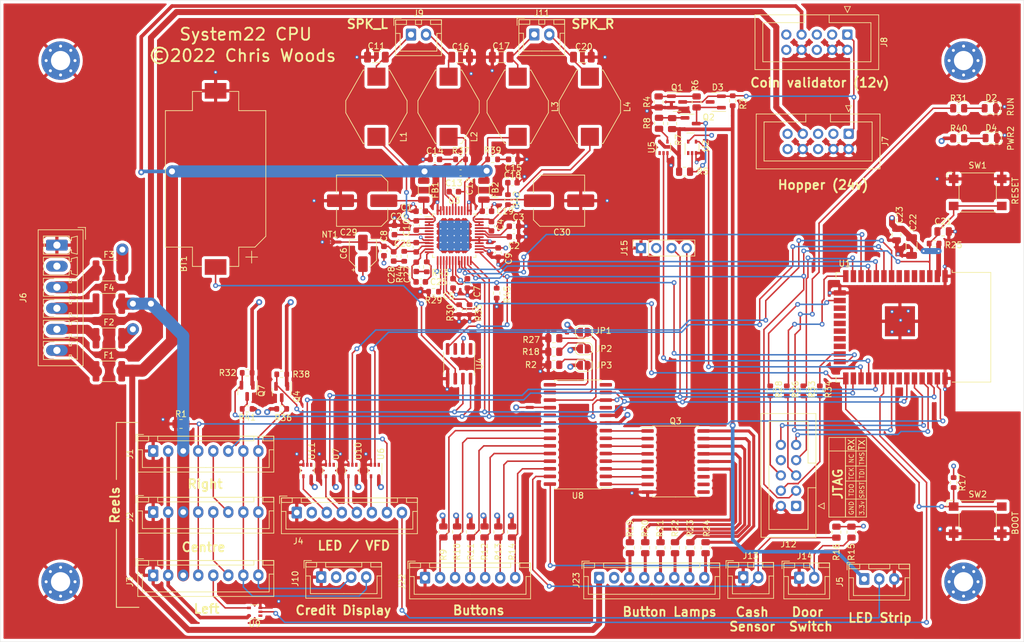
<source format=kicad_pcb>
(kicad_pcb (version 20211014) (generator pcbnew)
  (layers (0 "F.Cu" signal) (1 "In1.Cu" power) (2 "In2.Cu" power) (31 "B.Cu" signal) (35 "F.Paste" user) (37 "F.SilkS" user "F.Silkscreen") (39 "F.Mask" user) (44 "Edge.Cuts" user))
  (net 0 "")
  (net 10 "GND")
  (net 11 "+5V")
  (net 12 "Net-(D2-Pad2)")
  (net 21 "Net-(Q3-Pad18)")
  (net 22 "Net-(Q3-Pad16)")
  (net 23 "Net-(Q3-Pad15)")
  (net 26 "MD_OE")
  (net 27 "MD_CLK")
  (net 28 "+12V")
  (net 29 "CCTALK_DATA")
  (net 30 "HOST_RX")
  (net 31 "HOST_TX")
  (net 32 "SCL")
  (net 33 "SDA")
  (net 37 "+24V")
  (net 39 "JTAG_TDO")
  (net 40 "JTAG_TCK")
  (net 41 "JTAG_TMS")
  (net 42 "JTAG_TDI")
  (net 43 "~{RST}")
  (net 44 "LED_DOUT")
  (net 45 "AUDIO_SDIN")
  (net 46 "AUDIO_SCLK")
  (net 47 "AUDIO_LRCLK")
  (net 49 "Net-(Q1-Pad1)")
  (net 50 "CPU_RUN")
  (net 51 "Net-(J14-Pad2)")
  (net 55 "EN_PWM")
  (net 56 "Net-(J2-Pad5)")
  (net 57 "Net-(Q2-Pad1)")
  (net 59 "USB_TX")
  (net 60 "USB_RX")
  (net 63 "MD_DOUT")
  (net 64 "MD_STROBE")
  (net 65 "LED_DOUT_SPLITTER")
  (net 66 "LED_DIN_SPLITTER")
  (net 68 "Net-(J1-Pad5)")
  (net 69 "Net-(J22-Pad2)")
  (net 70 "Net-(J22-Pad3)")
  (net 71 "Net-(J22-Pad4)")
  (net 72 "Net-(J22-Pad5)")
  (net 73 "Net-(J22-Pad6)")
  (net 74 "Net-(J22-Pad7)")
  (net 75 "Net-(JP1-Pad1)")
  (net 76 "Net-(JP2-Pad1)")
  (net 77 "Net-(JP3-Pad1)")
  (net 78 "Net-(Q3-Pad1)")
  (net 79 "Net-(Q3-Pad2)")
  (net 80 "Net-(Q3-Pad3)")
  (net 81 "Net-(Q3-Pad4)")
  (net 82 "Net-(Q3-Pad5)")
  (net 83 "Net-(Q3-Pad6)")
  (net 84 "Net-(Q3-Pad7)")
  (net 85 "Net-(Q3-Pad8)")
  (net 87 "Net-(Q3-Pad13)")
  (net 88 "Net-(Q3-Pad14)")
  (net 89 "Net-(Q3-Pad17)")
  (net 90 "Net-(NT2-Pad2)")
  (net 91 "MD_CLK33")
  (net 92 "MD_OE33")
  (net 93 "SDA33")
  (net 94 "MD_STROBE33")
  (net 95 "SCL33")
  (net 96 "MD_DOUT33")
  (net 98 "HOST_RX33")
  (net 99 "HOST_TX33")
  (net 100 "LED_DOUT33")
  (net 108 "Net-(R26-Pad1)")
  (net 109 "Net-(R28-Pad1)")
  (net 110 "Net-(R33-Pad1)")
  (net 111 "Net-(R34-Pad1)")
  (net 112 "Net-(F1-Pad1)")
  (net 113 "Net-(F2-Pad1)")
  (net 114 "Net-(F3-Pad1)")
  (net 115 "Net-(D4-Pad2)")
  (net 116 "Net-(C2-Pad1)")
  (net 117 "Net-(C3-Pad1)")
  (net 119 "Net-(C4-Pad1)")
  (net 121 "Net-(C4-Pad2)")
  (net 122 "Net-(C5-Pad1)")
  (net 123 "VSSA")
  (net 124 "Net-(C10-Pad1)")
  (net 125 "Net-(C10-Pad2)")
  (net 126 "Net-(C11-Pad2)")
  (net 127 "Net-(C12-Pad1)")
  (net 128 "Net-(C12-Pad2)")
  (net 129 "Net-(C13-Pad1)")
  (net 130 "Net-(C13-Pad2)")
  (net 131 "Net-(C14-Pad2)")
  (net 132 "Net-(C15-Pad2)")
  (net 133 "Net-(C16-Pad2)")
  (net 134 "Net-(C17-Pad2)")
  (net 135 "Net-(C18-Pad2)")
  (net 138 "Net-(C20-Pad2)")
  (net 139 "Net-(C24-Pad2)")
  (net 142 "/Audio/A_SEL")
  (net 143 "Net-(R35-Pad1)")
  (net 144 "MCLK")
  (net 145 "Net-(J23-Pad3)")
  (net 146 "Net-(J23-Pad6)")
  (net 147 "/ESP32-Wroom/VBAT")
  (net 148 "+3.3V")
  (net 149 "Net-(F4-Pad1)")
  (net 150 "Net-(J23-Pad4)")
  (net 151 "Net-(J23-Pad5)")
  (net 152 "Net-(J23-Pad7)")
  (net 153 "Net-(J23-Pad8)")
  (net 154 "/Audio/PLL_FLTM")
  (net 155 "/Audio/PLL_FLTP")
  (net 156 "PVDD1")
  (net 157 "PVDD2")
  (net 158 "/Audio/VR_ANA")
  (net 159 "~{AUDIO_PDN}")
  (net 160 "Net-(R43-Pad1)")
  (net 161 "Net-(C28-Pad1)")
  (net 162 "Net-(J13-Pad2)")
  (footprint "LED_SMD:LED_0805_2012Metric" (layer "F.Cu") (at 210.343 38.25 180)
    (fp_text reference "D2")
    (fp_text value "RUN")
  )
  (footprint "Resistor_SMD:R_0805_2012Metric" (layer "F.Cu") (at 184.75 108.75 90)
    (fp_text reference "R16")
    (fp_text value "4k7")
  )
  (footprint "Battery:BatteryHolder_Keystone_1060_1x2032" (layer "F.Cu") (at 81.5 50 90)
    (fp_text reference "BT1")
    (fp_text value "Battery_Cell")
  )
  (footprint "Connector_JST:JST_XH_B3B-XH-A_1x03_P2.50mm_Vertical" (layer "F.Cu") (at 189.3824 116.5352)
    (fp_text reference "J5")
    (fp_text value "LED_STRIP")
  )
  (footprint "Connector_JST:JST_XH_B7B-XH-A_1x07_P2.50mm_Vertical" (layer "F.Cu") (at 116.332 116.332)
    (fp_text reference "J22")
    (fp_text value "BTN_SWITCHES")
  )
  (footprint "Button_Switch_SMD:SW_SPST_Omron_B3FS-100xP" (layer "F.Cu") (at 208.25 52.25)
    (fp_text reference "SW1")
    (fp_text value "RESET")
  )
  (footprint "MountingHole:MountingHole_3.2mm_M3_Pad_Via" (layer "F.Cu") (at 55.72 117)
    (fp_text reference "H2")
    (fp_text value "MountingHole_Pad")
  )
  (footprint "MountingHole:MountingHole_3.2mm_M3_Pad_Via" (layer "F.Cu") (at 205.9 30.32)
    (fp_text reference "H3")
    (fp_text value "MountingHole_Pad")
  )
  (footprint "RF_Module:ESP32-WROOM-32" (layer "F.Cu") (at 194.564 74.676 -90)
    (fp_text reference "U1")
    (fp_text value "ESP32-WROOM-32D(16M)")
  )
  (footprint "Resistor_SMD:R_0805_2012Metric" (layer "F.Cu") (at 187.25 108.75 90)
    (fp_text reference "R15")
    (fp_text value "4k7")
  )
  (footprint "Connector_JST:JST_XH_B4B-XH-A_1x04_P2.50mm_Vertical" (layer "F.Cu") (at 99.06 116.2304)
    (fp_text reference "J10")
    (fp_text value "CREDIT_DISPLAY")
  )
  (footprint "MountingHole:MountingHole_3.2mm_M3_Pad_Via" (layer "F.Cu") (at 55.72 30.32)
    (fp_text reference "H1")
    (fp_text value "MountingHole_Pad")
  )
  (footprint "MountingHole:MountingHole_3.2mm_M3_Pad_Via" (layer "F.Cu") (at 205.9 117)
    (fp_text reference "H4")
    (fp_text value "MountingHole_Pad")
  )
  (footprint "Connector_JST:JST_XH_B2B-XH-A_1x02_P2.50mm_Vertical" (layer "F.Cu") (at 178.562 116.332)
    (fp_text reference "J14")
    (fp_text value "DOOR_SW")
  )
  (footprint "Connector_JST:JST_XH_B8B-XH-A_1x08_P2.50mm_Vertical" (layer "F.Cu") (at 145.288 116.332)
    (fp_text reference "J23")
    (fp_text value "BTN_LAMPS")
  )
  (footprint "Resistor_SMD:R_0805_2012Metric" (layer "F.Cu") (at 128.524 108.712 90)
    (fp_text reference "R13")
    (fp_text value "4k7")
  )
  (footprint "Resistor_SMD:R_0805_2012Metric" (layer "F.Cu") (at 130.81 108.712 90)
    (fp_text reference "R14")
    (fp_text value "4k7")
  )
  (footprint "Resistor_SMD:R_0805_2012Metric" (layer "F.Cu") (at 162.993 111.3375 90)
    (fp_text reference "R24")
    (fp_text value "22")
  )
  (footprint "Resistor_SMD:R_0805_2012Metric" (layer "F.Cu") (at 157.913 111.3375 90)
    (fp_text reference "R22")
    (fp_text value "22")
  )
  (footprint "Package_SO:SOIC-18W_7.5x11.6mm_P1.27mm" (layer "F.Cu") (at 158 97)
    (fp_text reference "Q3")
    (fp_text value "ULN2803ADWR")
  )
  (footprint "Resistor_SMD:R_0805_2012Metric" (layer "F.Cu") (at 155.5 111.3375 90)
    (fp_text reference "R21")
    (fp_text value "22")
  )
  (footprint "Resistor_SMD:R_0805_2012Metric" (layer "F.Cu") (at 119.38 108.712 90)
    (fp_text reference "R9")
    (fp_text value "4k7")
  )
  (footprint "Resistor_SMD:R_0805_2012Metric" (layer "F.Cu") (at 152.96 111.3375 90)
    (fp_text reference "R20")
    (fp_text value "22")
  )
  (footprint "Resistor_SMD:R_0805_2012Metric" (layer "F.Cu") (at 123.952 108.712 90)
    (fp_text reference "R11")
    (fp_text value "4k7")
  )
  (footprint "Resistor_SMD:R_0805_2012Metric" (layer "F.Cu") (at 150.42 111.3375 90)
    (fp_text reference "R19")
    (fp_text value "22")
  )
  (footprint "Resistor_SMD:R_0805_2012Metric" (layer "F.Cu") (at 126.238 108.712 90)
    (fp_text reference "R12")
    (fp_text value "4k7")
  )
  (footprint "Resistor_SMD:R_0805_2012Metric" (layer "F.Cu") (at 160.453 111.3375 90)
    (fp_text reference "R23")
    (fp_text value "22")
  )
  (footprint "Package_SO:SOIC-28W_7.5x17.9mm_P1.27mm" (layer "F.Cu") (at 141.75 92.5 180)
    (fp_text reference "U8")
    (fp_text value "MCP23017T-E/SO")
  )
  (footprint "Resistor_SMD:R_0805_2012Metric" (layer "F.Cu") (at 121.666 108.712 90)
    (fp_text reference "R10")
    (fp_text value "4k7")
  )
  (footprint "Package_SO:SOIC-8_3.9x4.9mm_P1.27mm" (layer "F.Cu") (at 122 80.75 -90)
    (fp_text reference "U4")
    (fp_text value "DS3231M")
  )
  (footprint "Resistor_SMD:R_0805_2012Metric" (layer "F.Cu") (at 205.0875 38.25)
    (fp_text reference "R31")
    (fp_text value "180")
  )
  (footprint "Connector_JST:JST_XH_B8B-XH-A_1x08_P2.50mm_Vertical" (layer "F.Cu") (at 71.12 95.25)
    (fp_text reference "J1")
    (fp_text value "REEL_RIGHT")
  )
  (footprint "Connector_JST:JST_XH_B8B-XH-A_1x08_P2.50mm_Vertical" (layer "F.Cu") (at 71.12 105.41)
    (fp_text reference "J2")
    (fp_text value "REEL_CENTRE")
  )
  (footprint "Connector_JST:JST_XH_B8B-XH-A_1x08_P2.50mm_Vertical" (layer "F.Cu") (at 71.12 115.93)
    (fp_text reference "J3")
    (fp_text value "REEL_LEFT")
  )
  (footprint "Resistor_SMD:R_0805_2012Metric" (layer "F.Cu") (at 137.75 80.92 180)
    (fp_text reference "R2")
    (fp_text value "4k7")
  )
  (footprint "Resistor_SMD:R_0805_2012Metric" (layer "F.Cu") (at 137.75 78.75 180)
    (fp_text reference "R18")
    (fp_text value "4k7")
  )
  (footprint "Resistor_SMD:R_0805_2012Metric" (layer "F.Cu") (at 137.75 76.5 180)
    (fp_text reference "R27")
    (fp_text value "4k7")
  )
  (footprint "Connector_IDC:IDC-Header_2x05_P2.54mm_Vertical" (layer "F.Cu") (at 178.054 104.394 180)
    (fp_text reference "J12")
    (fp_text value "JTAG")
  )
  (footprint "Jumper:SolderJumper-2_P1.3mm_Open_RoundedPad1.0x1.5mm" (layer "F.Cu") (at 142.75 75.5 180)
    (fp_text reference "JP1")
    (fp_text value "A2")
  )
  (footprint "Jumper:SolderJumper-2_P1.3mm_Open_RoundedPad1.0x1.5mm" (layer "F.Cu") (at 142.75 78.25 180)
    (fp_text reference "JP2")
    (fp_text value "A1")
  )
  (footprint "Jumper:SolderJumper-2_P1.3mm_Open_RoundedPad1.0x1.5mm" (layer "F.Cu") (at 142.75 81 180)
    (fp_text reference "JP3")
    (fp_text value "A0")
  )
  (footprint "Resistor_SMD:R_0603_1608Metric" (layer "F.Cu") (at 201 60.75 180)
    (fp_text reference "R25")
    (fp_text value "10k")
  )
  (footprint "Capacitor_SMD:C_0805_2012Metric" (layer "F.Cu") (at 202.5 58.75)
    (fp_text reference "C21")
    (fp_text value "1µF/50v")
  )
  (footprint "Connector_JST:JST_XH_B8B-XH-A_1x08_P2.50mm_Vertical" (layer "F.Cu") (at 95 105.5)
    (fp_text reference "J4")
    (fp_text value "LED / VFD")
  )
  (footprint "Capacitor_SMD:C_0805_2012Metric" (layer "F.Cu") (at 194.75 59.25 -90)
    (fp_text reference "C23")
    (fp_text value "1µF/50v")
  )
  (footprint "Capacitor_SMD:C_1206_3216Metric" (layer "F.Cu") (at 197.25 61.25 -90)
    (fp_text reference "C22")
    (fp_text value "100µF/6.3v")
  )
  (footprint "Resistor_SMD:R_0603_1608Metric" (layer "F.Cu") (at 92.5 88.25)
    (fp_text reference "R36")
    (fp_text value "10k")
  )
  (footprint "Capacitor_SMD:C_0603_1608Metric" (layer "F.Cu") (at 123.375 67.375 -90)
    (fp_text reference "C7")
    (fp_text value "100nF/50v")
  )
  (footprint "Package_TO_SOT_SMD:SOT-23" (layer "F.Cu") (at 158.25 37.2)
    (fp_text reference "Q1")
    (fp_text value "SS8050")
  )
  (footprint "Resistor_SMD:R_0603_1608Metric" (layer "F.Cu") (at 123.75 71.75 -90)
    (fp_text reference "R35")
    (fp_text value "18.2k")
  )
  (footprint "Package_TO_SOT_SMD:SOT-353_SC-70-5" (layer "F.Cu") (at 104.25 98.5 -90)
    (fp_text reference "U10")
    (fp_text value "SN74LVC1G17")
  )
  (footprint "Package_TO_SOT_SMD:SOT-23" (layer "F.Cu") (at 164.6875 37.2 180)
    (fp_text reference "D3")
    (fp_text value "BAT54")
  )
  (footprint "Connector_IDC:IDC-Header_2x05_P2.54mm_Vertical" (layer "F.Cu") (at 186.79 42.4975 -90)
    (fp_text reference "J7")
    (fp_text value "HOPPER")
  )
  (footprint "Capacitor_SMD:C_0603_1608Metric" (layer "F.Cu") (at 117.975 46.75)
    (fp_text reference "C14")
    (fp_text value "330pF/50V")
  )
  (footprint "Capacitor_SMD:C_0603_1608Metric" (layer "F.Cu") (at 114.875 61.375 90)
    (fp_text reference "C26")
    (fp_text value "4.7nF/50V")
  )
  (footprint "Fuse:Fuse_1812_4532Metric" (layer "F.Cu") (at 63.75 82)
    (fp_text reference "F1")
    (fp_text value "2A 30V")
  )
  (footprint "Capacitor_SMD:C_1206_3216Metric" (layer "F.Cu") (at 122.25 29.75 180)
    (fp_text reference "C16")
    (fp_text value "680nF/50V")
  )
  (footprint "Resistor_SMD:R_0805_2012Metric" (layer "F.Cu") (at 157.4375 40.8 90)
    (fp_text reference "R7")
    (fp_text value "100k")
  )
  (footprint "Package_TO_SOT_SMD:SOT-23" (layer "F.Cu") (at 160.5 40.8)
    (fp_text reference "Q2")
    (fp_text value "SS8850")
  )
  (footprint "Button_Switch_SMD:SW_SPST_Omron_B3FS-100xP" (layer "F.Cu") (at 208.25 106.75)
    (fp_text reference "SW2")
    (fp_text value "BOOT")
  )
  (footprint "Resistor_SMD:R_0603_1608Metric" (layer "F.Cu") (at 92.5 82.5 180)
    (fp_text reference "R32")
    (fp_text value "10k")
  )
  (footprint "Capacitor_SMD:C_1206_3216Metric" (layer "F.Cu") (at 108.25 29.75)
    (fp_text reference "C11")
    (fp_text value "680nF/50V")
  )
  (footprint "Package_TO_SOT_SMD:SOT-23" (layer "F.Cu") (at 86.75 85.25 -90)
    (fp_text reference "Q7")
    (fp_text value "BSS138")
  )
  (footprint "Connector_Phoenix_MC:PhoenixContact_MCV_1,5_6-G-3.5_1x06_P3.50mm_Vertical" (layer "F.Cu") (at 55.1075 61.0175 -90)
    (fp_text reference "J6")
    (fp_text value "PSU")
  )
  (footprint "NetTie:NetTie-2_SMD_Pad0.5mm" (layer "F.Cu") (at 101.75 60.5)
    (fp_text reference "NT1")
    (fp_text value "NetTie_2")
  )
  (footprint "Resistor_SMD:R_0603_1608Metric" (layer "F.Cu") (at 122.25 46.75)
    (fp_text reference "R37")
    (fp_text value "18")
  )
  (footprint "Fuse:Fuse_1812_4532Metric" (layer "F.Cu") (at 63.75 76.5)
    (fp_text reference "F2")
    (fp_text value "2A 30V")
  )
  (footprint "Fuse:Fuse_1812_4532Metric" (layer "F.Cu") (at 63.75 65.25)
    (fp_text reference "F3")
    (fp_text value "2A 30V")
  )
  (footprint "Fuse:Fuse_1812_4532Metric" (layer "F.Cu") (at 63.75 70.75)
    (fp_text reference "F4")
    (fp_text value "2A 30V")
  )
  (footprint "NetTie:NetTie-2_SMD_Pad0.5mm" (layer "F.Cu") (at 133.75 88)
    (fp_text reference "NT2" hide)
    (fp_text value "NetTie_2")
  )
  (footprint "Resistor_SMD:R_0603_1608Metric" (layer "F.Cu") (at 86.75 88.25 180)
    (fp_text reference "R41")
    (fp_text value "10k")
  )
  (footprint "Package_TO_SOT_SMD:SOT-353_SC-70-5" (layer "F.Cu") (at 108 98.5 -90)
    (fp_text reference "U6")
    (fp_text value "SN74LVC1G17")
  )
  (footprint "Capacitor_SMD:C_0603_1608Metric" (layer "F.Cu") (at 130.875 50.625 180)
    (fp_text reference "C18")
    (fp_text value "330pF/50V")
  )
  (footprint "Inductor_SMD:L_SigTra_SC3316F" (layer "F.Cu") (at 143.75 38 90)
    (fp_text reference "L4")
    (fp_text value "15µH")
  )
  (footprint "Resistor_SMD:R_0805_2012Metric" (layer "F.Cu") (at 159.5 48.8)
    (fp_text reference "R5")
    (fp_text value "100k")
  )
  (footprint "Resistor_SMD:R_0603_1608Metric" (layer "F.Cu") (at 128.25 69 90)
    (fp_text reference "R45")
    (fp_text value "10k")
  )
  (footprint "Capacitor_SMD:C_Elec_8x10.2" (layer "F.Cu") (at 105.875 53.625 180)
    (fp_text reference "C29")
    (fp_text value "220µF/35v")
  )
  (footprint "Capacitor_SMD:C_0603_1608Metric" (layer "F.Cu") (at 127.375 57.875 90)
    (fp_text reference "C4")
    (fp_text value "33nF/50V")
  )
  (footprint "Capacitor_SMD:C_1206_3216Metric" (layer "F.Cu") (at 129 29.75)
    (fp_text reference "C17")
    (fp_text value "680nF/50V")
  )
  (footprint "Connector_JST:JST_XH_B2B-XH-A_1x02_P2.50mm_Vertical" (layer "F.Cu") (at 114 26)
    (fp_text reference "J9")
    (fp_text value "SPK_L")
  )
  (footprint "Connector_PinSocket_2.54mm:PinSocket_1x04_P2.54mm_Vertical" (layer "F.Cu") (at 152.25 61.5 90)
    (fp_text reference "J15")
    (fp_text value "Oled")
  )
  (footprint "Capacitor_SMD:C_Elec_8x10.2" (layer "F.Cu") (at 138.625 53.625)
    (fp_text reference "C30")
    (fp_text value "220µF/35v")
  )
  (footprint "Capacitor_SMD:C_0603_1608Metric" (layer "F.Cu") (at 114.875 64.625 90)
    (fp_text reference "C27")
    (fp_text value "47nF/16v")
  )
  (footprint "Capacitor_SMD:CP_Elec_4x5.4" (layer "F.Cu") (at 106 62.375 90)
    (fp_text reference "C6")
    (fp_text value "10µF/6.3v")
  )
  (footprint "Resistor_SMD:R_0603_1608Metric" (layer "F.Cu") (at 130.125 53.45 -90)
    (fp_text reference "R42")
    (fp_text value "18")
  )
  (footprint "Capacitor_SMD:C_0603_1608Metric" (layer "F.Cu") (at 111.25 58.5 -90)
    (fp_text reference "C24")
    (fp_text value "220pF/50V")
  )
  (footprint "Connector_JST:JST_XH_B2B-XH-A_1x02_P2.50mm_Vertical" (layer "F.Cu") (at 169.25 116.25)
    (fp_text reference "J13")
    (fp_text value "CASH_LVL")
  )
  (footprint "Resistor_SMD:R_0805_2012Metric" (layer "F.Cu") (at 205.09 43.25)
    (fp_text reference "R40")
    (fp_text value "180")
  )
  (footprint "Resistor_SMD:R_0603_1608Metric" (layer "F.Cu") (at 167.5 37 90)
    (fp_text reference "R3")
    (fp_text value "10k")
  )
  (footprint "Inductor_SMD:L_1206_3216Metric" (layer "F.Cu") (at 116.125 51.875 -90)
    (fp_text reference "FB1")
    (fp_text value "120Ohm@100MHz 4A")
  )
  (footprint "Package_TO_SOT_SMD:SOT-353_SC-70-5" (layer "F.Cu") (at 88 122 180)
    (fp_text reference "U9")
    (fp_text value "SN74LVC1G17")
  )
  (footprint "Package_TO_SOT_SMD:SOT-23" (layer "F.Cu") (at 92.5 85.4375 -90)
    (fp_text reference "Q4")
    (fp_text value "BSS138")
  )
  (footprint "Capacitor_SMD:C_0603_1608Metric" (layer "F.Cu") (at 121 67.375 -90)
    (fp_text reference "C5")
    (fp_text value "4.7µF/16v")
  )
  (footprint "Resistor_SMD:R_0603_1608Metric" (layer "F.Cu") (at 179.25 85.25 -90)
    (fp_text reference "R33")
    (fp_text value "100")
  )
  (footprint "Resistor_SMD:R_0805_2012Metric" (layer "F.Cu") (at 75.75 90.75)
    (fp_text reference "R1")
    (fp_text value "4k7")
  )
  (footprint "Package_QFP:TQFP-48-1EP_7x7mm_P0.5mm_EP5x5mm_ThermalVias" (layer "F.Cu") (at 121.1875 59.4375)
    (fp_text reference "U3")
    (fp_text value "TAS5731PHP")
  )
  (footprint "Package_TO_SOT_SMD:SOT-353_SC-70-5" (layer "F.Cu") (at 160.75 44.75 90)
    (fp_text reference "U2")
    (fp_text value "SN74LVC1G17")
  )
  (footprint "Resistor_SMD:R_0603_1608Metric" (layer "F.Cu") (at 176.5 85.25 -90)
    (fp_text reference "R26")
    (fp_text value "100")
  )
  (footprint "Resistor_SMD:R_0603_1608Metric" (layer "F.Cu") (at 182 85.25 -90)
    (fp_text reference "R34")
    (fp_text value "100")
  )
  (footprint "Capacitor_SMD:C_0603_1608Metric" (layer "F.Cu") (at 114.875 57.75 -90)
    (fp_text reference "C10")
    (fp_text value "33nF/50V")
  )
  (footprint "Connector_JST:JST_XH_B2B-XH-A_1x02_P2.50mm_Vertical" (layer "F.Cu") (at 134.5 25.975)
    (fp_text reference "J11")
    (fp_text value "SPK_R")
  )
  (footprint "Capacitor_SMD:C_0603_1608Metric" (layer "F.Cu") (at 111.125 62.9 90)
    (fp_text reference "C28")
    (fp_text value "47nF/16v")
  )
  (footprint "Capacitor_SMD:C_0603_1608Metric" (layer "F.Cu") (at 131.125 57.875)
    (fp_text reference "C3")
    (fp_text value "100nF/50v")
  )
  (footprint "Resistor_SMD:R_0603_1608Metric" (layer "F.Cu") (at 127.575 46.75 180)
    (fp_text reference "R39")
    (fp_text value "18")
  )
  (footprint "Resistor_SMD:R_0805_2012Metric" (layer "F.Cu") (at 155.1875 37.2 90)
    (fp_text reference "R4")
    (fp_text value "100k")
  )
  (footprint "Resistor_SMD:R_0603_1608Metric" (layer "F.Cu") (at 117.75 68.75 180)
    (fp_text reference "R29")
    (fp_text value "15.0k")
  )
  (footprint "Resistor_SMD:R_0603_1608Metric" (layer "F.Cu") (at 86.75 82.25 180)
    (fp_text reference "R38")
    (fp_text value "10k")
  )
  (footprint "Capacitor_SMD:C_0603_1608Metric" (layer "F.Cu") (at 109.5 62 90)
    (fp_text reference "C8")
    (fp_text value "100nF/50v")
  )
  (footprint "Resistor_SMD:R_0603_1608Metric" (layer "F.Cu") (at 122 71.75 90)
    (fp_text reference "R30")
    (fp_text value "10k")
  )
  (footprint "LED_SMD:LED_0805_2012Metric" (layer "F.Cu") (at 210.5 43.205 180)
    (fp_text reference "D4")
    (fp_text value "PWR2")
  )
  (footprint "Capacitor_SMD:C_0603_1608Metric" (layer "F.Cu") (at 131 46.75 180)
    (fp_text reference "C15")
    (fp_text value "330pF/50V")
  )
  (footprint "Resistor_SMD:R_0603_1608Metric" (layer "F.Cu") (at 116.625 64.625 90)
    (fp_text reference "R43")
    (fp_text value "470")
  )
  (footprint "Capacitor_SMD:C_0603_1608Metric" (layer "F.Cu") (at 115.625 55.375 180)
    (fp_text reference "C1")
    (fp_text value "100nF/50v")
  )
  (footprint "Inductor_SMD:L_SigTra_SC3316F" (layer "F.Cu") (at 108.25 38 90)
    (fp_text reference "L1")
    (fp_text value "15µH")
  )
  (footprint "Capacitor_SMD:C_0603_1608Metric" (layer "F.Cu") (at 115.625 67.125 180)
    (fp_text reference "C25")
    (fp_text value "4.7nF/50V")
  )
  (footprint "Connector_IDC:IDC-Header_2x05_P2.54mm_Vertical" (layer "F.Cu") (at 186.58 25.9975 -90)
    (fp_text reference "J8")
    (fp_text value "COIN_VALIDATOR")
  )
  (footprint "Inductor_SMD:L_SigTra_SC3316F" (layer "F.Cu") (at 120.25 38 90)
    (fp_text reference "L2")
    (fp_text value "15µH")
  )
  (footprint "Capacitor_SMD:C_0603_1608Metric" (layer "F.Cu") (at 131.125 59.625)
    (fp_text reference "C2")
    (fp_text value "100nF/50v")
  )
  (footprint "Inductor_SMD:L_SigTra_SC3316F" (layer "F.Cu") (at 131.75 38 90)
    (fp_text reference "L3")
    (fp_text value "15µH")
  )
  (footprint "Resistor_SMD:R_0805_2012Metric" (layer "F.Cu") (at 155.25 40.75 90)
    (fp_text reference "R8")
    (fp_text value "68k")
  )
  (footprint "Capacitor_SMD:C_0603_1608Metric" (layer "F.Cu") (at 122.25 49)
    (fp_text reference "C12")
    (fp_text value "33nF/50V")
  )
  (footprint "Capacitor_SMD:C_0603_1608Metric" (layer "F.Cu") (at 126.625 55.375 180)
    (fp_text reference "C19")
    (fp_text value "100nF/50v")
  )
  (footprint "Inductor_SMD:L_1206_3216Metric" (layer "F.Cu") (at 126.125 51.875 -90)
    (fp_text reference "FB2")
    (fp_text value "120Ohm@100MHz 4A")
  )
  (footprint "Resistor_SMD:R_0603_1608Metric" (layer "F.Cu") (at 112.875 62.875 90)
    (fp_text reference "R44")
    (fp_text value "470")
  )
  (footprint "Package_TO_SOT_SMD:SOT-353_SC-70-5" (layer "F.Cu") (at 100.5 98.5 -90)
    (fp_text reference "U7")
    (fp_text value "SN74LVC1G17")
  )
  (footprint "Capacitor_SMD:C_1206_3216Metric" (layer "F.Cu") (at 142.5 29.75 180)
    (fp_text reference "C20")
    (fp_text value "680nF/50V")
  )
  (footprint "Package_TO_SOT_SMD:SOT-353_SC-70-5" (layer "F.Cu") (at 156 44.75 90)
    (fp_text reference "U5")
    (fp_text value "SN74LVC1G17")
  )
  (footprint "Resistor_SMD:R_0603_1608Metric" (layer "F.Cu") (at 204.25 100.5 -90)
    (fp_text reference "R17")
    (fp_text value "10k")
  )
  (footprint "Package_TO_SOT_SMD:SOT-353_SC-70-5" (layer "F.Cu") (at 96.75 98.5 -90)
    (fp_text reference "U11")
    (fp_text value "SN74LVC1G17")
  )
  (footprint "Resistor_SMD:R_0603_1608Metric" (layer "F.Cu") (at 173.75 85.25 -90)
    (fp_text reference "R28")
    (fp_text value "100")
  )
  (footprint "Capacitor_SMD:C_0603_1608Metric" (layer "F.Cu") (at 128.5 62.25 -90)
    (fp_text reference "C9")
    (fp_text value "100nF/50v")
  )
  (footprint "Resistor_SMD:R_0805_2012Metric" (layer "F.Cu") (at 161.5 37.2 90)
    (fp_text reference "R6")
    (fp_text value "68k")
  )
  (footprint "Capacitor_SMD:C_0603_1608Metric" (layer "F.Cu") (at 121.125 52.125)
    (fp_text reference "C13")
    (fp_text value "33nF/50V")
  )
  (gr_line (start 183.5 106.25) (end 183.5 95.25) (layer "F.SilkS") (width 0.12))
  (gr_line (start 189.75 93) (end 189.75 95.25) (layer "F.SilkS") (width 0.12))
  (gr_line (start 186.25 106.25) (end 186.25 95.25) (layer "F.SilkS") (width 0.12))
  (gr_line (start 189.75 106.25) (end 183.5 106.25) (layer "F.SilkS") (width 0.12))
  (gr_line (start 65 90.5) (end 68.5 90.5) (layer "F.SilkS") (width 0.15))
  (gr_line (start 188 95.25) (end 188 106.25) (layer "F.SilkS") (width 0.12))
  (gr_line (start 65 121.25) (end 68.75 121.25) (layer "F.SilkS") (width 0.15))
  (gr_line (start 189.75 95.25) (end 189.75 106.25) (layer "F.SilkS") (width 0.12))
  (gr_line (start 183.5 95.25) (end 189.75 95.25) (layer "F.SilkS") (width 0.12))
  (gr_line (start 186.25 95.25) (end 186.25 93) (layer "F.SilkS") (width 0.12))
  (gr_line (start 183.5 93) (end 189.75 93) (layer "F.SilkS") (width 0.12))
  (gr_line (start 186.25 103.25) (end 189.75 103.25) (layer "F.SilkS") (width 0.12))
  (gr_line (start 65 90.5) (end 65 100) (layer "F.SilkS") (width 0.15))
  (gr_line (start 186.25 95.25) (end 186.25 106.25) (layer "F.SilkS") (width 0.12))
  (gr_line (start 65 108.25) (end 65 121.25) (layer "F.SilkS") (width 0.15))
  (gr_line (start 186.25 100.25) (end 189.75 100.25) (layer "F.SilkS") (width 0.12))
  (gr_line (start 188 95.25) (end 188 93) (layer "F.SilkS") (width 0.12))
  (gr_line (start 186.25 97.75) (end 189.75 97.75) (layer "F.SilkS") (width 0.12))
  (gr_line (start 183.5 95.25) (end 183.5 93) (layer "F.SilkS") (width 0.12))
  (gr_line (start 45.72 127) (end 45.72 20.32) (layer "Edge.Cuts") (width 0.05))
  (gr_line (start 215.9 127) (end 45.72 127) (layer "Edge.Cuts") (width 0.05))
  (gr_line (start 215.9 20.32) (end 215.9 127) (layer "Edge.Cuts") (width 0.05))
  (gr_line (start 45.72 20.32) (end 215.9 20.32) (layer "Edge.Cuts") (width 0.05))
  (gr_text "Centre" (at 79.5 111.25) (layer "F.SilkS") (effects (font (size 1.5 1.5) (thickness 0.3))))
  (gr_text "Right" (at 79.75 100.75) (layer "F.SilkS") (effects (font (size 1.5 1.5) (thickness 0.3))))
  (gr_text "Door \nSwitch" (at 180.5 123.25) (layer "F.SilkS") (effects (font (size 1.5 1.5) (thickness 0.3))))
  (gr_text "LED Strip" (at 192 123) (layer "F.SilkS") (effects (font (size 1.5 1.5) (thickness 0.3))))
  (gr_text "Coin validator (12v)" (at 182 34) (layer "F.SilkS") (effects (font (size 1.5 1.5) (thickness 0.3))))
  (gr_text "Hopper (24v)" (at 182.54 50.9975) (layer "F.SilkS") (effects (font (size 1.5 1.5) (thickness 0.3))))
  (gr_text "GND\n" (at 187.25 104.75 90) (layer "F.SilkS") (effects (font (size 0.75 0.75) (thickness 0.1))))
  (gr_text "SRST\n" (at 189 101.75 90) (layer "F.SilkS") (effects (font (size 0.75 0.75) (thickness 0.1))))
  (gr_text "TDO" (at 187.25 101.75 90) (layer "F.SilkS") (effects (font (size 0.75 0.75) (thickness 0.1))))
  (gr_text "TDI" (at 189 99 90) (layer "F.SilkS") (effects (font (size 0.75 0.75) (thickness 0.1))))
  (gr_text "TCK" (at 187.25 99 90) (layer "F.SilkS") (effects (font (size 0.75 0.75) (thickness 0.1))))
  (gr_text "TMS" (at 189 96.5 90) (layer "F.SilkS") (effects (font (size 0.75 0.75) (thickness 0.1))))
  (gr_text "JTAG" (at 185 100.75 90) (layer "F.SilkS") (effects (font (size 1.5 1.5) (thickness 0.3))))
  (gr_text "NC" (at 187.25 96.5 90) (layer "F.SilkS") (effects (font (size 0.75 0.75) (thickness 0.1))))
  (gr_text "©2022 Chris Woods" (at 86 29.5) (layer "F.SilkS") (effects (font (size 2 2) (thickness 0.3))))
  (gr_text "TX" (at 189 94.25 90) (layer "F.SilkS") (effects (font (size 1 1))))
  (gr_text "RX" (at 187.25 94.25 90) (layer "F.SilkS") (effects (font (size 1 1))))
  (gr_text "Buttons" (at 125.25 121.75) (layer "F.SilkS") (effects (font (size 1.5 1.5) (thickness 0.3))))
  (gr_text "Reels" (at 64.75 104.25 90) (layer "F.SilkS") (effects (font (size 1.5 1.5) (thickness 0.3))))
  (gr_text "Cash\nSensor" (at 170.75 123.25) (layer "F.SilkS") (effects (font (size 1.5 1.5) (thickness 0.3))))
  (gr_text "Credit Display" (at 102.75 121.75) (layer "F.SilkS") (effects (font (size 1.5 1.5) (thickness 0.3))))
  (gr_text "Button Lamps" (at 157 122) (layer "F.SilkS") (effects (font (size 1.5 1.5) (thickness 0.3))))
  (gr_text "System22 CPU" (at 86.508 25.944) (layer "F.SilkS") (effects (font (size 2 2) (thickness 0.3))))
  (gr_text "Left" (at 80 121.5) (layer "F.SilkS") (effects (font (size 1.5 1.5) (thickness 0.3))))
  (gr_text "3.3v" (at 189 104.75 90) (layer "F.SilkS") (effects (font (size 0.75 0.75) (thickness 0.1))))
  (segment (start 123.4375 55.275) (end 123.9375 55.275) (width 0.25) (layer "F.Cu") (net 10))
  (segment (start 203.39916 58.75) (end 204.5 58.75) (width 0.25) (layer "F.Cu") (net 10))
  (segment (start 195 62.5) (end 195 60.82912) (width 0.25) (layer "F.Cu") (net 10))
  (segment (start 131.65 50.625) (end 131.875 50.625) (width 0.25) (layer "F.Cu") (net 10))
  (segment (start 74.8375 90.75) (end 73.5 90.75) (width 0.25) (layer "F.Cu") (net 10))
  (segment (start 120.095 84.905) (end 120 85) (width 0.25) (layer "F.Cu") (net 10))
  (segment (start 212.25 43.205) (end 212.75 42.705) (width 0.25) (layer "F.Cu") (net 10))
  (segment (start 185.309 68.961) (end 183.6674 68.961) (width 0.25) (layer "F.Cu") (net 10))
  (segment (start 99.85 96.85) (end 98.75 95.75) (width 0.25) (layer "F.Cu") (net 10))
  (segment (start 161.4 47.15) (end 161.5 47.25) (width 0.25) (layer "F.Cu") (net 10))
  (segment (start 128.25 69.825) (end 128.25 71.25) (width 0.25) (layer "F.Cu") (net 10))
  (segment (start 107.35 96.6) (end 106.5 95.75) (width 0.25) (layer "F.Cu") (net 10))
  (segment (start 116.925 68.75) (end 115.5 68.75) (width 0.25) (layer "F.Cu") (net 10))
  (segment (start 123.725 29.75) (end 123.725 32.225) (width 0.25) (layer "F.Cu") (net 10))
  (segment (start 197.25 62.64954) (end 195.20355 62.64954) (width 0.25) (layer "F.Cu") (net 10))
  (segment (start 99.85 97.55) (end 99.85 96.85) (width 0.25) (layer "F.Cu") (net 10))
  (segment (start 157.3125 38.15) (end 153.8 38.15) (width 0.25) (layer "F.Cu") (net 10))
  (segment (start 195 60.82912) (end 195.25 60.57912) (width 0.25) (layer "F.Cu") (net 10))
  (segment (start 212.25 50) (end 201.5 50) (width 0.25) (layer "F.Cu") (net 10))
  (segment (start 136.8375 80.92) (end 136.58 80.92) (width 0.25) (layer "F.Cu") (net 10))
  (segment (start 118.4375 55.275) (end 118.4375 53.9375) (width 0.25) (layer "F.Cu") (net 10))
  (segment (start 125.35 59.6875) (end 125.35 60.6875) (width 0.25) (layer "F.Cu") (net 10))
  (segment (start 161.4 45.7) (end 161.4 47.15) (width 0.25) (layer "F.Cu") (net 10))
  (segment (start 202.819 64.643) (end 202.7428 64.5668) (width 0.25) (layer "F.Cu") (net 10))
  (segment (start 127.525 29.75) (end 127.525 31.975) (width 0.25) (layer "F.Cu") (net 10))
  (segment (start 111.25 57.725) (end 111.25 56.5) (width 0.25) (layer "F.Cu") (net 10))
  (segment (start 202.819 66.176) (end 202.819 64.643) (width 0.25) (layer "F.Cu") (net 10))
  (segment (start 73.5 90.75) (end 72.75 90) (width 0.25) (layer "F.Cu") (net 10))
  (segment (start 131.875 50.625) (end 132.875 49.625) (width 0.25) (layer "F.Cu") (net 10))
  (segment (start 122 72.575) (end 122 73.75) (width 0.25) (layer "F.Cu") (net 10))
  (segment (start 153.8 38.15) (end 153.25 38.7) (width 0.25) (layer "F.Cu") (net 10))
  (segment (start 127.4 55.375) (end 127.4 54.6245) (width 0.25) (layer "F.Cu") (net 10))
  (segment (start 120.095 83.225) (end 120.095 84.905) (width 0.25) (layer "F.Cu") (net 10))
  (segment (start 103.6 97.55) (end 103.6 97.1) (width 0.25) (layer "F.Cu") (net 10))
  (segment (start 120.437499 65.163001) (end 120.413 65.1875) (width 0.25) (layer "F.Cu") (net 10))
  (segment (start 90.9 121.35) (end 92 120.25) (width 0.25) (layer "F.Cu") (net 10))
  (segment (start 123.375 68.15) (end 123.375 69.375) (width 0.25) (layer "F.Cu") (net 10))
  (segment (start 136.58 80.92) (end 135.5 82) (width 0.25) (layer "F.Cu") (net 10))
  (segment (start 102.275 53.625) (end 97.875 53.625) (width 0.25) (layer "F.Cu") (net 10))
  (segment (start 121 68.75) (end 121.5 69.25) (width 0.25) (layer "F.Cu") (net 10))
  (segment (start 148.425 89.325) (end 149.5 88.25) (width 0.25) (layer "F.Cu") (net 10))
  (segment (start 125.4125 61.687501) (end 126.017495 61.687501) (width 0.25) (layer "F.Cu") (net 10))
  (segment (start 153.35 102.08) (end 150.92 102.08) (width 0.25) (layer "F.Cu") (net 10))
  (segment (start 211.2805 38.25) (end 212.4535 38.25) (width 0.25) (layer "F.Cu") (net 10))
  (segment (start 126.329494 61.9995) (end 126.9995 61.9995) (width 0.25) (layer "F.Cu") (net 10))
  (segment (start 142.225 53.625) (end 146.625 53.625) (width 0.25) (layer "F.Cu") (net 10))
  (segment (start 156.65 45.7) (end 156.65 47.15) (width 0.25) (layer "F.Cu") (net 10))
  (segment (start 204.25 109) (end 202.75 109) (width 0.25) (layer "F.Cu") (net 10))
  (segment (start 116.1005 60.1875) (end 115.625 59.712) (width 0.25) (layer "F.Cu") (net 10))
  (segment (start 126.9995 61.9995) (end 127 62) (width 0.25) (layer "F.Cu") (net 10))
  (segment (start 202.819 84.963) (end 202.7936 84.9884) (width 0.25) (layer "F.Cu") (net 10))
  (segment (start 150.92 102.08) (end 150.75 102.25) (width 0.25) (layer "F.Cu") (net 10))
  (segment (start 117.2 46.75) (end 116 46.75) (width 0.25) (layer "F.Cu") (net 10))
  (segment (start 143.975 29.75) (end 146.25 29.75) (width 0.25) (layer "F.Cu") (net 10))
  (segment (start 114.85 54.6245) (end 114.375 54.1495) (width 0.25) (layer "F.Cu") (net 10))
  (segment (start 118.4375 55.275) (end 118.9375 55.275) (width 0.25) (layer "F.Cu") (net 10))
  (segment (start 118.4375 53.9375) (end 118.375 53.875) (width 0.25) (layer "F.Cu") (net 10))
  (segment (start 103.6 97.1) (end 102.25 95.75) (width 0.25) (layer "F.Cu") (net 10))
  (segment (start 123.725 32.225) (end 124 32.5) (width 0.25) (layer "F.Cu") (net 10))
  (segment (start 202.819 83.176) (end 202.819 84.963) (width 0.25) (layer "F.Cu") (net 10))
  (segment (start 212.4535 38.25) (end 212.7075 37.996) (width 0.25) (layer "F.Cu") (net 10))
  (segment (start 117.025 60.1875) (end 116.1005 60.1875) (width 0.25) (layer "F.Cu") (net 10))
  (segment (start 107.35 97.55) (end 107.35 96.6) (width 0.25) (layer "F.Cu") (net 10))
  (segment (start 203.34836 63.96124) (end 202.7428 64.5668) (width 0.25) (layer "F.Cu") (net 10))
  (segment (start 114.85 55.375) (end 114.85 54.6245) (width 0.25) (layer "F.Cu") (net 10))
  (segment (start 81.5 35.35) (end 81.5 32.25) (width 0.25) (layer "F.Cu") (net 10))
  (segment (start 127.4 54.6245) (end 127.875 54.1495) (width 0.25) (layer "F.Cu") (net 10))
  (segment (start 156.65 47.15) (end 157.25 47.75) (width 0.25) (layer "F.Cu") (net 10))
  (segment (start 126.017495 61.687501) (end 126.329494 61.9995) (width 0.25) (layer "F.Cu") (net 10))
  (segment (start 136.8375 76.5) (end 136.8375 80.92) (width 0.25) (layer "F.Cu") (net 10))
  (segment (start 202.75 109) (end 202 108.25) (width 0.25) (layer "F.Cu") (net 10))
  (segment (start 96.1 96.85) (end 95 95.75) (width 0.25) (layer "F.Cu") (net 10))
  (segment (start 106.775 29.75) (end 105 29.75) (width 0.25) (layer "F.Cu") (net 10))
  (segment (start 101.25 60.5) (end 99.25 60.5) (width 0.25) (layer "F.Cu") (net 10))
  (segment (start 123.4375 55.275) (end 123.4375 54.0625) (width 0.25) (layer "F.Cu") (net 10))
  (segment (start 128.5 63.025) (end 128.5 64.25) (width 0.25) (layer "F.Cu") (net 10))
  (segment (start 131.775 46.75) (end 133.25 46.75) (width 0.25) (layer "F.Cu") (net 10))
  (segment (start 127.525 31.975) (end 127.5 32) (width 0.25) (layer "F.Cu") (net 10))
  (segment (start 126.9375 60.1875) (end 127.125 60.375) (width 0.25) (layer "F.Cu") (net 10))
  (segment (start 123.4375 54.0625) (end 123.625 53.875) (width 0.25) (layer "F.Cu") (net 10))
  (segment (start 131.9 59.625) (end 133.125 59.625) (width 0.25) (layer "F.Cu") (net 10))
  (segment (start 146.4 89.325) (end 148.425 89.325) (width 0.25) (layer "F.Cu") (net 10))
  (segment (start 211.4375 43.205) (end 212.25 43.205) (width 0.25) (layer "F.Cu") (net 10))
  (segment (start 125.35 60.1875) (end 126.9375 60.1875) (width 0.25) (layer "F.Cu") (net 10))
  (segment (start 96.1 97.55) (end 96.1 96.85) (width 0.25) (layer "F.Cu") (net 10))
  (segment (start 120.437499 63.6625) (end 120.437499 65.163001) (width 0.25) (layer "F.Cu") (net 10))
  (segment (start 121 68.15) (end 121 68.75) (width 0.25) (layer "F.Cu") (net 10))
  (segment (start 203.34836 58.75) (end 203.34836 63.96124) (width 0.25) (layer "F.Cu") (net 10))
  (segment (start 131.9 57.875) (end 133.125 57.875) (width 0.25) (layer "F.Cu") (net 10))
  (segment (start 123.75 72.575) (end 123.75 73.75) (width 0.25) (layer "F.Cu") (net 10))
  (segment (start 212.25 109) (end 204.25 109) (width 0.25) (layer "F.Cu") (net 10))
  (segment (start 88.95 121.35) (end 90.9 121.35) (width 0.25) (layer "F.Cu") (net 10))
  (via (at 153.25 38.7) (size 0.6) (drill 0.3) (layers "F.Cu" "B.Cu") (net 10))
  (via (at 133.125 57.875) (size 0.6) (drill 0.3) (layers "F.Cu" "B.Cu") (net 10))
  (via (at 133.25 46.75) (size 0.6) (drill 0.3) (layers "F.Cu" "B.Cu") (net 10))
  (via (at 194.0052 75.438) (size 0.6) (drill 0.3) (layers "F.Cu" "B.Cu") (net 10))
  (via (at 97.875 53.625) (size 0.6) (drill 0.3) (layers "F.Cu" "B.Cu") (net 10))
  (via (at 98.75 95.75) (size 0.6) (drill 0.3) (layers "F.Cu" "B.Cu") (net 10))
  (via (at 212.75 42.75) (size 0.6) (drill 0.3) (layers "F.Cu" "B.Cu") (net 10))
  (via (at 194.0052 72.0852) (size 0.6) (drill 0.3) (layers "F.Cu" "B.Cu") (net 10))
  (via (at 212.7075 37.996) (size 0.6) (drill 0.3) (layers "F.Cu" "B.Cu") (net 10))
  (via (at 127.125 60.375) (size 0.6) (drill 0.3) (layers "F.Cu" "B.Cu") (net 10))
  (via (at 95 95.75) (size 0.6) (drill 0.3) (layers "F.Cu" "B.Cu") (net 10))
  (via (at 196.7992 75.3364) (size 0.6) (drill 0.3) (layers "F.Cu" "B.Cu") (net 10))
  (via (at 127.5 32) (size 0.6) (drill 0.3) (layers "F.Cu" "B.Cu") (net 10))
  (via (at 196.6976 71.9836) (size 0.6) (drill 0.3) (layers "F.Cu" "B.Cu") (net 10))
  (via (at 120 85) (size 0.6) (drill 0.3) (layers "F.Cu" "B.Cu") (net 10))
  (via (at 195.4276 73.5076) (size 0.6) (drill 0.3) (layers "F.Cu" "B.Cu") (net 10))
  (via (at 183.6674 68.961) (size 0.6) (drill 0.3) (layers "F.Cu" "B.Cu") (net 10))
  (via (at 115.625 59.712) (size 0.6) (drill 0.3) (layers "F.Cu" "B.Cu") (net 10))
  (via (at 115.5 68.75) (size 0.6) (drill 0.3) (layers "F.Cu" "B.Cu") (net 10))
  (via (at 146.625 53.625) (size 0.6) (drill 0.3) (layers "F.Cu" "B.Cu") (net 10))
  (via (at 195 62.5) (size 0.6) (drill 0.3) (layers "F.Cu" "B.Cu") (net 10))
  (via (at 157.25 47.75) (size 0.6) (drill 0.3) (layers "F.Cu" "B.Cu") (net 10))
  (via (at 92 120.25) (size 0.6) (drill 0.3) (layers "F.Cu" "B.Cu") (net 10))
  (via (at 146.25 29.75) (size 0.6) (drill 0.3) (layers "F.Cu" "B.Cu") (net 10))
  (via (at 133.125 59.625) (size 0.6) (drill 0.3) (layers "F.Cu" "B.Cu") (net 10))
  (via (at 135.5 82) (size 0.6) (drill 0.3) (layers "F.Cu" "B.Cu") (net 10))
  (via (at 118.375 53.875) (size 0.6) (drill 0.3) (layers "F.Cu" "B.Cu") (net 10))
  (via (at 128.25 71.25) (size 0.6) (drill 0.3) (layers "F.Cu" "B.Cu") (net 10))
  (via (at 127 62) (size 0.6) (drill 0.3) (layers "F.Cu" "B.Cu") (net 10))
  (via (at 123.75 73.75) (size 0.6) (drill 0.3) (layers "F.Cu" "B.Cu") (net 10))
  (via (at 106.5 95.75) (size 0.6) (drill 0.3) (layers "F.Cu" "B.Cu") (net 10))
  (via (at 201.5 50) (size 0.6) (drill 0.3) (layers "F.Cu" "B.Cu") (net 10))
  (via (at 81.5 32.25) (size 0.6) (drill 0.3) (layers "F.Cu" "B.Cu") (net 10))
  (via (at 121.5 69.25) (size 0.6) (drill 0.3) (layers "F.Cu" "B.Cu") (net 10))
  (via (at 116 46.75) (size 0.6) (drill 0.3) (layers "F.Cu" "B.Cu") (net 10))
  (via (at 99.25 60.5) (size 0.6) (drill 0.3) (layers "F.Cu" "B.Cu") (net 10))
  (via (at 204.5 58.75) (size 0.6) (drill 0.3) (layers "F.Cu" "B.Cu") (net 10))
  (via (at 202 108.25) (size 0.8) (drill 0.4) (layers "F.Cu" "B.Cu") (net 10))
  (via (at 122 73.75) (size 0.6) (drill 0.3) (layers "F.Cu" "B.Cu") (net 10))
  (via (at 127.875 54.1495) (size 0.6) (drill 0.3) (layers "F.Cu" "B.Cu") (net 10))
  (via (at 123.375 69.375) (size 0.6) (drill 0.3) (layers "F.Cu" "B.Cu") (net 10))
  (via (at 150.75 102.25) (size 0.6) (drill 0.3) (layers "F.Cu" "B.Cu") (net 10))
  (via (at 128.5 64.25) (size 0.6) (drill 0.3) (layers "F.Cu" "B.Cu") (net 10))
  (via (at 132.875 49.625) (size 0.6) (drill 0.3) (layers "F.Cu" "B.Cu") (net 10))
  (via (at 105 29.75) (size 0.6) (drill 0.3) (layers "F.Cu" "B.Cu") (net 10))
  (via (at 202.7936 84.9884) (size 0.6) (drill 0.3) (layers "F.Cu" "B.Cu") (net 10))
  (via (at 102.25 95.75) (size 0.6) (drill 0.3) (layers "F.Cu" "B.Cu") (net 10))
  (via (at 123.625 53.875) (size 0.6) (drill 0.3) (layers "F.Cu" "B.Cu") (net 10))
  (via (at 111.25 56.5) (size 0.6) (drill 0.3) (layers "F.Cu" "B.Cu") (net 10))
  (via (at 120.413 65.1875) (size 0.6) (drill 0.3) (layers "F.Cu" "B.Cu") (net 10))
  (via (at 202.7428 64.5668) (size 0.6) (drill 0.3) (layers "F.Cu" "B.Cu") (net 10))
  (via (at 149.5 88.25) (size 0.6) (drill 0.3) (layers "F.Cu" "B.Cu") (net 10))
  (via (at 72.75 90) (size 0.6) (drill 0.3) (layers "F.Cu" "B.Cu") (net 10))
  (via (at 114.375 54.1495) (size 0.6) (drill 0.3) (layers "F.Cu" "B.Cu") (net 10))
  (via (at 124 32.5) (size 0.6) (drill 0.3) (layers "F.Cu" "B.Cu") (net 10))
  (via (at 161.5 47.25) (size 0.6) (drill 0.3) (layers "F.Cu" "B.Cu") (net 10))
  (segment (start 158.7125 41.7125) (end 159.525 41.7125) (width 0.6) (layer "F.Cu") (net 11))
  (segment (start 65.8875 76.5) (end 66.25 76.5) (width 0.6) (layer "F.Cu") (net 11))
  (segment (start 158.5875 46.5875) (end 158.5875 41.8375) (width 0.6) (layer "F.Cu") (net 11))
  (segment (start 157.177817 44.675) (end 156.225 44.675) (width 0.6) (layer "F.Cu") (net 11))
  (segment (start 158.5875 41.8375) (end 158.7125 41.7125) (width 0.6) (layer "F.Cu") (net 11))
  (segment (start 87.575 88.25) (end 88.05684 88.25) (width 0.6) (layer "F.Cu") (net 11))
  (segment (start 158.5875 48.8) (end 158.5875 46.5875) (width 0.6) (layer "F.Cu") (net 11))
  (segment (start 78.95 122.95) (end 86.75 122.95) (width 0.6) (layer "F.Cu") (net 11))
  (segment (start 88.05684 88.25) (end 88.58234 88.7755) (width 0.6) (layer "F.Cu") (net 11))
  (segment (start 167.5 39.5) (end 167.5 41.5) (width 0.6) (layer "F.Cu") (net 11))
  (segment (start 90.60784 88.25) (end 90.08234 88.7755) (width 0.6) (layer "F.Cu") (net 11))
  (segment (start 158.5875 46.5875) (end 158.5875 46.084683) (width 0.6) (layer "F.Cu") (net 11))
  (segment (start 73.62 117.62) (end 78.95 122.95) (width 0.6) (layer "F.Cu") (net 11))
  (segment (start 159.5625 41.75) (end 167.25 41.75) (width 0.6) (layer "F.Cu") (net 11))
  (segment (start 101.15 100.9) (end 101.5 101.25) (width 0.6) (layer "F.Cu") (net 11))
  (segment (start 104.9 100.9) (end 105.25 101.25) (width 0.6) (layer "F.Cu") (net 11))
  (segment (start 97.4 100.65) (end 98 101.25) (width 0.6) (layer "F.Cu") (net 11))
  (segment (start 73.62 95.25) (end 73.62 117.62) (width 0.6) (layer "F.Cu") (net 11))
  (segment (start 167.5 91) (end 167.5 41.5) (width 0.6) (layer "F.Cu") (net 11))
  (segment (start 66.25 76.5) (end 67.75 75) (width 2) (layer "F.Cu") (net 11))
  (segment (start 91.675 88.25) (end 90.60784 88.25) (width 0.6) (layer "F.Cu") (net 11))
  (segment (start 101.15 99.45) (end 101.15 100.9) (width 0.6) (layer "F.Cu") (net 11))
  (segment (start 108.65 100.9) (end 109 101.25) (width 0.6) (layer "F.Cu") (net 11))
  (segment (start 97.4 99.45) (end 97.4 100.65) (width 0.6) (layer "F.Cu") (net 11))
  (segment (start 86.75 122.95) (end 87.05 122.65) (width 0.6) (layer "F.Cu") (net 11))
  (segment (start 167.5 39.5) (end 167.5 37.825) (width 0.6) (layer "F.Cu") (net 11))
  (segment (start 104.9 99.45) (end 104.9 100.9) (width 0.6) (layer "F.Cu") (net 11))
  (segment (start 156.225 44.675) (end 155.35 43.8) (width 0.6) (layer "F.Cu") (net 11))
  (segment (start 157.4375 41.7125) (end 158.7125 41.7125) (width 0.6) (layer "F.Cu") (net 11))
  (segment (start 159.525 41.7125) (end 159.5625 41.75) (width 0.6) (layer "F.Cu") (net 11))
  (segment (start 108.65 99.45) (end 108.65 100.9) (width 0.6) (layer "F.Cu") (net 11))
  (segment (start 158.5875 46.084683) (end 157.177817 44.675) (width 0.6) (layer "F.Cu") (net 11))
  (via (at 88.58234 88.7755) (size 1) (drill 0.5) (layers "F.Cu" "B.Cu") (net 11))
  (via (at 167.5 91) (size 1) (drill 0.5) (layers "F.Cu" "B.Cu") (net 11))
  (via (at 109 101.25) (size 1) (drill 0.5) (layers "F.Cu" "B.Cu") (net 11))
  (via (at 90.08234 88.7755) (size 1) (drill 0.5) (layers "F.Cu" "B.Cu") (net 11))
  (via (at 101.5 101.25) (size 1) (drill 0.5) (layers "F.Cu" "B.Cu") (net 11))
  (via (at 105.25 101.25) (size 1) (drill 0.5) (layers "F.Cu" "B.Cu") (net 11))
  (via (at 98 101.25) (size 1) (drill 0.5) (layers "F.Cu" "B.Cu") (net 11))
  (via (at 67.75 75) (size 2) (drill 1) (layers "F.Cu" "B.Cu") (net 11))
  (segment (start 189.3824 116.5352) (end 185.0972 112.25) (width 0.6) (layer "B.Cu") (net 11))
  (segment (start 167.5 110) (end 167.5 91) (width 0.6) (layer "B.Cu") (net 11))
  (segment (start 169.5 112) (end 167.5 110) (width 0.6) (layer "B.Cu") (net 11))
  (segment (start 185.0972 112.25) (end 184.8472 112) (width 0.6) (layer "B.Cu") (net 11))
  (segment (start 184.8472 112) (end 169.5 112) (width 0.6) (layer "B.Cu") (net 11))
  (segment (start 206 38.25) (end 209.4055 38.25) (width 0.25) (layer "F.Cu") (net 12))
  (segment (start 162.65 91.92) (end 170.17 91.92) (width 0.5) (layer "F.Cu") (net 21))
  (segment (start 170.17 91.92) (end 171 92.75) (width 0.5) (layer "F.Cu") (net 21))
  (segment (start 171 107.75) (end 168.325 110.425) (width 0.5) (layer "F.Cu") (net 21))
  (segment (start 171 92.75) (end 171 107.75) (width 0.5) (layer "F.Cu") (net 21))
  (segment (start 168.325 110.425) (end 162.993 110.425) (width 0.5) (layer "F.Cu") (net 21))
  (segment (start 168.1505 108.8495) (end 169.5 107.5) (width 0.5) (layer "F.Cu") (net 22))
  (segment (start 169.5 95) (end 168.96 94.46) (width 0.5) (layer "F.Cu") (net 22))
  (segment (start 159.4885 108.8495) (end 168.1505 108.8495) (width 0.5) (layer "F.Cu") (net 22))
  (segment (start 168.96 94.46) (end 162.65 94.46) (width 0.5) (layer "F.Cu") (net 22))
  (segment (start 157.913 110.425) (end 159.4885 108.8495) (width 0.5) (layer "F.Cu") (net 22))
  (segment (start 169.5 107.5) (end 169.5 95) (width 0.5) (layer "F.Cu") (net 22))
  (segment (start 168.75 107.25) (end 168.75 96.5) (width 0.5) (layer "F.Cu") (net 23))
  (segment (start 168.75 96.5) (end 167.98 95.73) (width 0.5) (layer "F.Cu") (net 23))
  (segment (start 155.5 110.425) (end 155.5 108.5) (width 0.5) (layer "F.Cu") (net 23))
  (segment (start 155.75 108.25) (end 167.75 108.25) (width 0.5) (layer "F.Cu") (net 23))
  (segment (start 167.75 108.25) (end 168.75 107.25) (width 0.5) (layer "F.Cu") (net 23))
  (segment (start 155.5 108.5) (end 155.75 108.25) (width 0.5) (layer "F.Cu") (net 23))
  (segment (start 167.98 95.73) (end 162.65 95.73) (width 0.5) (layer "F.Cu") (net 23))
  (segment (start 96.1 99.45) (end 96.1 101.6) (width 0.25) (layer "F.Cu") (net 26))
  (segment (start 96.1 101.6) (end 100 105.5) (width 0.25) (layer "F.Cu") (net 26))
  (segment (start 99.85 99.45) (end 99.85 102.85) (width 0.25) (layer "F.Cu") (net 27))
  (segment (start 99.85 102.85) (end 102.5 105.5) (width 0.25) (layer "F.Cu") (net 27))
  (segment (start 67.6375 115.681688) (end 76.955812 125) (width 1) (layer "F.Cu") (net 28))
  (segment (start 69.1375 48.8875) (end 69.1375 26.3625) (width 0.6) (layer "F.Cu") (net 28))
  (segment (start 69.1375 81.8875) (end 67.6375 81.8875) (width 2) (layer "F.Cu") (net 28))
  (segment (start 69.3625 81.8875) (end 74.25 77) (width 2) (layer "F.Cu") (net 28))
  (segment (start 145.288 123.962) (end 145.288 116.332) (width 1) (layer "F.Cu") (net 28))
  (segment (start 67.6375 81.8875) (end 66 81.8875) (width 2) (layer "F.Cu") (net 28))
  (segment (start 74.25 77) (end 74.25 48.75) (width 2) (layer "F.Cu") (net 28))
  (segment (start 76.955812 125) (end 144.25 125) (width 1) (layer "F.Cu") (net 28))
  (segment (start 116.125 50.3) (end 116.125 48.875) (width 0.6) (layer "F.Cu") (net 28))
  (segment (start 66 81.8875) (end 65.8875 82) (width 0.6) (layer "F.Cu") (net 28))
  (segment (start 116.125 48.875) (end 116.25 48.75) (width 0.6) (layer "F.Cu") (net 28))
  (segment (start 126.125 50.3) (end 126.586304 49.838696) (width 0.6) (layer "F.Cu") (net 28))
  (segment (start 69.1375 81.8875) (end 69.3625 81.8875) (width 2) (layer "F.Cu") (net 28))
  (segment (start 178.96 22.21) (end 178.96 25.9975) (width 0.6) (layer "F.Cu") (net 28))
  (segment (start 144.25 125) (end 145.288 123.962) (width 1) (layer "F.Cu") (net 28))
  (segment (start 178 21.25) (end 178.96 22.21) (width 0.6) (layer "F.Cu") (net 28))
  (segment (start 74.25 21.25) (end 178 21.25) (width 0.6) (layer "F.Cu") (net 28))
  (segment (start 67.6375 81.8875) (end 67.6375 115.681688) (width 1) (layer "F.Cu") (net 28))
  (segment (start 126.586304 49.838696) (end 126.586304 48.645401) (width 0.6) (layer "F.Cu") (net 28))
  (segment (start 69.1375 26.3625) (end 74.25 21.25) (width 0.6) (layer "F.Cu") (net 28))
  (via (at 126.586304 48.645401) (size 2) (drill 1) (layers "F.Cu" "B.Cu") (net 28))
  (via (at 69.1375 48.8875) (size 1) (drill 0.5) (layers "F.Cu" "B.Cu") (net 28))
  (via (at 116.25 48.75) (size 2) (drill 1) (layers "F.Cu" "B.Cu") (net 28))
  (via (at 74.25 48.75) (size 2) (drill 1) (layers "F.Cu" "B.Cu") (net 28))
  (segment (start 126.104599 48.645401) (end 126.586304 48.645401) (width 0.6) (layer "B.Cu") (net 28))
  (segment (start 116.25 48.75) (end 74.25 48.75) (width 2) (layer "B.Cu") (net 28))
  (segment (start 126 48.75) (end 126.104599 48.645401) (width 0.6) (layer "B.Cu") (net 28))
  (segment (start 116.25 48.75) (end 126 48.75) (width 2) (layer "B.Cu") (net 28))
  (segment (start 69.275 48.75) (end 69.1375 48.8875) (width 0.6) (layer "B.Cu") (net 28))
  (segment (start 74.25 48.75) (end 69.275 48.75) (width 0.6) (layer "B.Cu") (net 28))
  (segment (start 163.43217 36.25) (end 165.625 36.25) (width 0.25) (layer "F.Cu") (net 29))
  (segment (start 162.48217 37.2) (end 163.43217 36.25) (width 0.25) (layer "F.Cu") (net 29))
  (segment (start 187.654511 41.632989) (end 187.654511 27.072011) (width 0.25) (layer "F.Cu") (net 29))
  (segment (start 186.79 42.4975) (end 187.654511 41.632989) (width 0.25) (layer "F.Cu") (net 29))
  (segment (start 159.1875 37.2) (end 162.48217 37.2) (width 0.25) (layer "F.Cu") (net 29))
  (segment (start 165.625 36.25) (end 167.425 36.25) (width 0.25) (layer "F.Cu") (net 29))
  (segment (start 167.5 36.175) (end 169.675 36.175) (width 0.25) (layer "F.Cu") (net 29))
  (segment (start 187.654511 27.072011) (end 186.58 25.9975) (width 0.25) (layer "F.Cu") (net 29))
  (segment (start 167.425 36.25) (end 167.5 36.175) (width 0.25) (layer "F.Cu") (net 29))
  (segment (start 169.675 36.175) (end 169.75 36.25) (width 0.25) (layer "F.Cu") (net 29))
  (via (at 187.654511 36.404511) (size 0.8) (drill 0.4) (layers "F.Cu" "B.Cu") (net 29))
  (via (at 169.75 36.25) (size 0.8) (drill 0.4) (layers "F.Cu" "B.Cu") (net 29))
  (segment (start 169.75 36.25) (end 187.5 36.25) (width 0.25) (layer "B.Cu") (net 29))
  (segment (start 187.5 36.25) (end 187.654511 36.404511) (width 0.25) (layer "B.Cu") (net 29))
  (segment (start 161.5 40.7375) (end 161.4375 40.8) (width 0.25) (layer "F.Cu") (net 30))
  (segment (start 165.5875 38.1125) (end 165.625 38.15) (width 0.25) (layer "F.Cu") (net 30))
  (segment (start 163 40.75) (end 161.4875 40.75) (width 0.25) (layer "F.Cu") (net 30))
  (segment (start 161.5 38.1125) (end 161.5 40.7375) (width 0.25) (layer "F.Cu") (net 30))
  (segment (start 161.4875 40.75) (end 161.4375 40.8) (width 0.25) (layer "F.Cu") (net 30))
  (segment (start 161.5 38.1125) (end 165.5875 38.1125) (width 0.25) (layer "F.Cu") (net 30))
  (segment (start 161.45 48.8) (end 162.5 47.75) (width 0.25) (layer "F.Cu") (net 30))
  (segment (start 160.4125 48.8) (end 160.75 48.4625) (width 0.25) (layer "F.Cu") (net 30))
  (segment (start 160.4125 48.8) (end 161.45 48.8) (width 0.25) (layer "F.Cu") (net 30))
  (segment (start 160.75 48.4625) (end 160.75 45.7) (width 0.25) (layer "F.Cu") (net 30))
  (via (at 163 40.75) (size 0.8) (drill 0.4) (layers "F.Cu" "B.Cu") (net 30))
  (via (at 162.5 47.75) (size 0.8) (drill 0.4) (layers "F.Cu" "B.Cu") (net 30))
  (segment (start 163 47.25) (end 163 40.75) (width 0.25) (layer "B.Cu") (net 30))
  (segment (start 162.5 47.75) (end 163 47.25) (width 0.25) (layer "B.Cu") (net 30))
  (segment (start 156.65 43.8) (end 156.65 43.0625) (width 0.25) (layer "F.Cu") (net 31))
  (segment (start 156.65 43.0625) (end 155.25 41.6625) (width 0.25) (layer "F.Cu") (net 31))
  (segment (start 86.12 88.445) (end 86.12 95.25) (width 0.25) (layer "F.Cu") (net 32))
  (segment (start 86.75 86.1875) (end 86.75 87.425) (width 0.25) (layer "F.Cu") (net 32))
  (segment (start 86.75 87.425) (end 85.925 88.25) (width 0.25) (layer "F.Cu") (net 32))
  (segment (start 86.12 115.93) (end 86.12 95.25) (width 0.25) (layer "F.Cu") (net 32))
  (segment (start 85.925 88.25) (end 86.12 88.445) (width 0.25) (layer "F.Cu") (net 32))
  (segment (start 86.12 117.87) (end 87.63 119.38) (width 0.25) (layer "B.Cu") (net 32))
  (segment (start 86.12 115.93) (end 86.12 117.87) (width 0.25) (layer "B.Cu") (net 32))
  (segment (start 87.63 119.38) (end 105.41 119.38) (width 0.25) (layer "B.Cu") (net 32))
  (segment (start 105.41 119.38) (end 106.56 118.23) (width 0.25) (layer "B.Cu") (net 32))
  (segment (start 106.56 118.23) (end 106.56 116.2304) (width 0.25) (layer "B.Cu") (net 32))
  (segment (start 92.5 86.375) (end 92.5 87.425) (width 0.25) (layer "F.Cu") (net 33))
  (segment (start 92.5 87.425) (end 93.325 88.25) (width 0.25) (layer "F.Cu") (net 33))
  (segment (start 88.62 92.955) (end 88.62 95.25) (width 0.25) (layer "F.Cu") (net 33))
  (segment (start 93.325 88.25) (end 88.62 92.955) (width 0.25) (layer "F.Cu") (net 33))
  (segment (start 88.62 95.25) (end 88.62 115.93) (width 0.25) (layer "F.Cu") (net 33))
  (segment (start 88.62 117.83) (end 88.9 118.11) (width 0.25) (layer "B.Cu") (net 33))
  (segment (start 102.1804 118.11) (end 104.06 116.2304) (width 0.25) (layer "B.Cu") (net 33))
  (segment (start 88.9 118.11) (end 102.1804 118.11) (width 0.25) (layer "B.Cu") (net 33))
  (segment (start 88.62 115.93) (end 88.62 117.83) (width 0.25) (layer "B.Cu") (net 33))
  (segment (start 70.75 70.75) (end 70.75 26.5) (width 1) (layer "F.Cu") (net 37))
  (segment (start 174.75 38.0775) (end 179.17 42.4975) (width 1) (layer "F.Cu") (net 37))
  (segment (start 172.25 22.25) (end 174.75 24.75) (width 1) (layer "F.Cu") (net 37))
  (segment (start 67.75 70.75) (end 65.8875 70.75) (width 2) (layer "F.Cu") (net 37))
  (segment (start 70.75 26.5) (end 75 22.25) (width 1) (layer "F.Cu") (net 37))
  (segment (start 174.75 24.75) (end 174.75 38.0775) (width 1) (layer "F.Cu") (net 37))
  (segment (start 76.12 115.93) (end 76.12 95.25) (width 2) (layer "F.Cu") (net 37))
  (segment (start 75 22.25) (end 172.25 22.25) (width 1) (layer "F.Cu") (net 37))
  (via (at 67.75 70.75) (size 2) (drill 1) (layers "F.Cu" "B.Cu") (net 37))
  (via (at 70.75 70.75) (size 2) (drill 1) (layers "F.Cu" "B.Cu") (net 37))
  (segment (start 70.75 70.75) (end 67.75 70.75) (width 2) (layer "B.Cu") (net 37))
  (segment (start 76.12 76.12) (end 70.75 70.75) (width 2) (layer "B.Cu") (net 37))
  (segment (start 76.12 95.25) (end 76.12 76.12) (width 2) (layer "B.Cu") (net 37))
  (segment (start 176.689001 100.678999) (end 177.571001 100.678999) (width 0.25) (layer "F.Cu") (net 39))
  (segment (start 182 86.075) (end 182 97.02901) (width 0.25) (layer "F.Cu") (net 39))
  (segment (start 178.350011 100.678999) (end 177.571001 100.678999) (width 0.25) (layer "F.Cu") (net 39))
  (segment (start 177.571001 100.678999) (end 178.428003 100.678999) (width 0.25) (layer "F.Cu") (net 39))
  (segment (start 175.514 101.854) (end 176.689001 100.678999) (width 0.25) (layer "F.Cu") (net 39))
  (segment (start 182 97.02901) (end 178.350011 100.678999) (width 0.25) (layer "F.Cu") (net 39))
  (segment (start 175.514 99.314) (end 173.85 97.65) (width 0.25) (layer "F.Cu") (net 40))
  (segment (start 173.75 86.075) (end 173.75 97.55) (width 0.25) (layer "F.Cu") (net 40))
  (segment (start 173.75 97.55) (end 175.514 99.314) (width 0.25) (layer "F.Cu") (net 40))
  (segment (start 179.75 86.075) (end 179.75 95.078) (width 0.25) (layer "F.Cu") (net 41))
  (segment (start 179.75 95.078) (end 178.054 96.774) (width 0.25) (layer "F.Cu") (net 41))
  (segment (start 176.879489 98.139489) (end 177.245 98.505) (width 0.25) (layer "F.Cu") (net 42))
  (segment (start 176.688511 86.263511) (end 176.688511 97.948511) (width 0.25) (layer "F.Cu") (net 42))
  (segment (start 177.245 98.505) (end 178.054 99.314) (width 0.25) (layer "F.Cu") (net 42))
  (segment (start 176.688511 97.948511) (end 178.054 99.314) (width 0.25) (layer "F.Cu") (net 42))
  (segment (start 200.279 60.854) (end 200.175 60.75) (width 0.25) (layer "F.Cu") (net 43))
  (segment (start 176.878999 103.029001) (end 178.054 101.854) (width 0.25) (layer "F.Cu") (net 43))
  (segment (start 172.70048 75.04952) (end 172.70048 100.779482) (width 0.25) (layer "F.Cu") (net 43))
  (segment (start 172.70048 100.779482) (end 174.949999 103.029001) (width 0.25) (layer "F.Cu") (net 43))
  (segment (start 120.095 78.03967) (end 123.63467 74.5) (width 0.25) (layer "F.Cu") (net 43))
  (segment (start 123.63467 74.5) (end 125.25 74.5) (width 0.25) (layer "F.Cu") (net 43))
  (segment (start 125.35 62.1875) (end 125.9125 62.75) (width 0.25) (layer "F.Cu") (net 43))
  (segment (start 125.9125 62.75) (end 129.4125 66.25) (width 0.25) (layer "F.Cu") (net 43))
  (segment (start 174.949999 103.029001) (end 176.878999 103.029001) (width 0.25) (layer "F.Cu") (net 43))
  (segment (start 201.55 58.75) (end 204.25 56.05) (width 0.25) (layer "F.Cu") (net 43))
  (segment (start 204.25 54.5) (end 212.25 54.5) (width 0.25) (layer "F.Cu") (net 43))
  (segment (start 201.55 59.375) (end 201.55 58.75) (width 0.25) (layer "F.Cu") (net 43))
  (segment (start 179.324 68.426) (end 172.70048 75.04952) (width 0.25) (layer "F.Cu") (net 43))
  (segment (start 200.279 63.971) (end 200.279 60.854) (width 0.25) (layer "F.Cu") (net 43))
  (segment (start 129.4125 66.25) (end 130 66.25) (width 0.25) (layer "F.Cu") (net 43))
  (segment (start 120.095 78.275) (end 120.095 78.03967) (width 0.25) (layer "F.Cu") (net 43))
  (segment (start 195 63.75) (end 200.058 63.75) (width 0.25) (layer "F.Cu") (net 43))
  (segment (start 200.279 66.176) (end 200.279 63.971) (width 0.25) (layer "F.Cu") (net 43))
  (segment (start 200.175 60.75) (end 201.55 59.375) (width 0.25) (layer "F.Cu") (net 43))
  (segment (start 179.324 61.976) (end 179.324 68.426) (width 0.25) (layer "F.Cu") (net 43))
  (segment (start 130 74.25) (end 130 66.25) (width 0.25) (layer "F.Cu") (net 43))
  (segment (start 204.25 56.05) (end 204.25 54.5) (width 0.25) (layer "F.Cu") (net 43))
  (segment (start 200.058 63.75) (end 200.279 63.971) (width 0.25) (layer "F.Cu") (net 43))
  (via (at 130 74.25) (size 0.8) (drill 0.4) (layers "F.Cu" "B.Cu") (net 43))
  (via (at 125.25 74.5) (size 0.8) (drill 0.4) (layers "F.Cu" "B.Cu") (net 43))
  (via (at 195 63.75) (size 0.8) (drill 0.4) (layers "F.Cu" "B.Cu") (net 43))
  (via (at 130 66.25) (size 0.8) (drill 0.4) (layers "F.Cu" "B.Cu") (net 43))
  (via (at 179.324 61.976) (size 0.8) (drill 0.4) (layers "F.Cu" "B.Cu") (net 43))
  (via (at 179.324 66.176) (size 0.8) (drill 0.4) (layers "F.Cu" "B.Cu") (net 43))
  (segment (start 191.476 61.976) (end 193.226 61.976) (width 0.25) (layer "B.Cu") (net 43))
  (segment (start 129.75 74.5) (end 130 74.25) (width 0.25) (layer "B.Cu") (net 43))
  (segment (start 179.324 61.976) (end 188.214 61.976) (width 0.25) (layer "B.Cu") (net 43))
  (segment (start 188.214 61.976) (end 191.476 61.976) (width 0.25) (layer "B.Cu") (net 43))
  (segment (start 193.226 61.976) (end 195 63.75) (width 0.25) (layer "B.Cu") (net 43))
  (segment (start 179.25 66.25) (end 179.324 66.176) (width 0.25) (layer "B.Cu") (net 43))
  (segment (start 125.25 74.5) (end 129.75 74.5) (width 0.25) (layer "B.Cu") (net 43))
  (segment (start 130 66.25) (end 179.25 66.25) (width 0.25) (layer "B.Cu") (net 43))
  (segment (start 83.1 121.35) (end 87.05 121.35) (width 0.25) (layer "F.Cu") (net 44))
  (segment (start 81.12 119.37) (end 81.12 115.93) (width 0.25) (layer "F.Cu") (net 44))
  (segment (start 81.12 119.37) (end 83.1 121.35) (width 0.25) (layer "F.Cu") (net 44))
  (segment (start 132.75 63) (end 132.75 65.5) (width 0.25) (layer "F.Cu") (net 45))
  (segment (start 188.849 59.401) (end 189 59.25) (width 0.25) (layer "F.Cu") (net 45))
  (segment (start 122.9375 64.6875) (end 122.9375 63.6) (width 0.25) (layer "F.Cu") (net 45))
  (segment (start 124.75 66.5) (end 122.9375 64.6875) (width 0.25) (layer "F.Cu") (net 45))
  (segment (start 188.849 66.176) (end 188.849 59.401) (width 0.25) (layer "F.Cu") (net 45))
  (via (at 189 59.25) (size 0.8) (drill 0.4) (layers "F.Cu" "B.Cu") (net 45))
  (via (at 132.75 63) (size 0.8) (drill 0.4) (layers "F.Cu" "B.Cu") (net 45))
  (via (at 124.75 66.5) (size 0.8) (drill 0.4) (layers "F.Cu" "B.Cu") (net 45))
  (via (at 132.75 65.5) (size 0.8) (drill 0.4) (layers "F.Cu" "B.Cu") (net 45))
  (segment (start 128.75 66.5) (end 124.75 66.5) (width 0.25) (layer "B.Cu") (net 45))
  (segment (start 129.75 65.5) (end 128.75 66.5) (width 0.25) (layer "B.Cu") (net 45))
  (segment (start 136.5 59.25) (end 132.75 63) (width 0.25) (layer "B.Cu") (net 45))
  (segment (start 189 59.25) (end 136.5 59.25) (width 0.25) (layer "B.Cu") (net 45))
  (segment (start 132.75 65.5) (end 129.75 65.5) (width 0.25) (layer "B.Cu") (net 45))
  (segment (start 190.119 66.176) (end 190.119 64.619) (width 0.25) (layer "F.Cu") (net 46))
  (segment (start 122.4375 64.68177) (end 122.4375 63.6) (width 0.25) (layer "F.Cu") (net 46))
  (segment (start 122.982914 65.227184) (end 122.4375 64.68177) (width 0.25) (layer "F.Cu") (net 46))
  (segment (start 122.982914 65.664569) (end 122.982914 65.227184) (width 0.25) (layer "F.Cu") (net 46))
  (segment (start 190.119 64.619) (end 190 64.5) (width 0.25) (layer "F.Cu") (net 46))
  (via (at 190 64.5) (size 0.8) (drill 0.4) (layers "F.Cu" "B.Cu") (net 46))
  (via (at 122.982914 65.664569) (size 0.8) (drill 0.4) (layers "F.Cu" "B.Cu") (net 46))
  (segment (start 123.068345 65.75) (end 122.982914 65.664569) (width 0.25) (layer "B.Cu") (net 46))
  (segment (start 190 64.5) (end 130 64.5) (width 0.25) (layer "B.Cu") (net 46))
  (segment (start 128.75 65.75) (end 123.068345 65.75) (width 0.25) (layer "B.Cu") (net 46))
  (segment (start 130 64.5) (end 128.75 65.75) (width 0.25) (layer "B.Cu") (net 46))
  (segment (start 191.389 63.889) (end 191.25 63.75) (width 0.25) (layer "F.Cu") (net 47))
  (segment (start 121.9375 63.6) (end 122.062 63.7245) (width 0.25) (layer "F.Cu") (net 47))
  (segment (start 191.389 66.176) (end 191.389 63.889) (width 0.25) (layer "F.Cu") (net 47))
  (segment (start 122.062 63.7245) (end 122.062 65.25) (width 0.25) (layer "F.Cu") (net 47))
  (via (at 122.062 65.25) (size 0.8) (drill 0.4) (layers "F.Cu" "B.Cu") (net 47))
  (via (at 191.25 63.75) (size 0.8) (drill 0.4) (layers "F.Cu" "B.Cu") (net 47))
  (segment (start 122.271931 65.040069) (end 122.062 65.25) (width 0.25) (layer "B.Cu") (net 47))
  (segment (start 130 63.75) (end 128.709931 65.040069) (width 0.25) (layer "B.Cu") (net 47))
  (segment (start 128.709931 65.040069) (end 122.271931 65.040069) (width 0.25) (layer "B.Cu") (net 47))
  (segment (start 191.25 63.75) (end 130 63.75) (width 0.25) (layer "B.Cu") (net 47))
  (segment (start 157.275 36.2875) (end 157.3125 36.25) (width 0.25) (layer "F.Cu") (net 49))
  (segment (start 161.4625 36.25) (end 161.5 36.2875) (width 0.25) (layer "F.Cu") (net 49))
  (segment (start 155.1875 36.2875) (end 157.275 36.2875) (width 0.25) (layer "F.Cu") (net 49))
  (segment (start 157.3125 36.25) (end 161.4625 36.25) (width 0.25) (layer "F.Cu") (net 49))
  (segment (start 181.864 65.532) (end 181.864 57.364) (width 0.25) (layer "F.Cu") (net 50))
  (segment (start 200.8675 38.25) (end 204.175 38.25) (width 0.25) (layer "F.Cu") (net 50))
  (segment (start 180.75 66.646) (end 181.864 65.532) (width 0.25) (layer "F.Cu") (net 50))
  (segment (start 193.802 91.524988) (end 193.802 91.698) (width 0.25) (layer "F.Cu") (net 50))
  (segment (start 177.875 91.625) (end 177.875 75.875) (width 0.25) (layer "F.Cu") (net 50))
  (segment (start 178.75 75) (end 178.75 72.5) (width 0.25) (layer "F.Cu") (net 50))
  (segment (start 177.75 91.75) (end 177.875 91.625) (width 0.25) (layer "F.Cu") (net 50))
  (segment (start 187.8095 51.4185) (end 187.8095 51.308) (width 0.25) (layer "F.Cu") (net 50))
  (segment (start 181.864 57.364) (end 187.8095 51.4185) (width 0.25) (layer "F.Cu") (net 50))
  (segment (start 187.8095 51.308) (end 200.8675 38.25) (width 0.25) (layer "F.Cu") (net 50))
  (segment (start 177.875 75.875) (end 178.75 75) (width 0.25) (layer "F.Cu") (net 50))
  (segment (start 193.929 91.397988) (end 193.802 91.524988) (width 0.25) (layer "F.Cu") (net 50))
  (segment (start 193.802 91.698) (end 193.75 91.75) (width 0.25) (layer "F.Cu") (net 50))
  (segment (start 180.75 72.5) (end 180.75 66.646) (width 0.25) (layer "F.Cu") (net 50))
  (segment (start 193.929 83.176) (end 193.929 91.397988) (width 0.25) (layer "F.Cu") (net 50))
  (via (at 177.75 91.75) (size 0.8) (drill 0.4) (layers "F.Cu" "B.Cu") (net 50))
  (via (at 180.75 72.5) (size 0.8) (drill 0.4) (layers "F.Cu" "B.Cu") (net 50))
  (via (at 193.75 91.75) (size 0.8) (drill 0.4) (layers "F.Cu" "B.Cu") (net 50))
  (via (at 178.75 72.5) (size 0.8) (drill 0.4) (layers "F.Cu" "B.Cu") (net 50))
  (segment (start 178.75 72.5) (end 180.75 72.5) (width 0.25) (layer "B.Cu") (net 50))
  (segment (start 193.75 91.75) (end 177.75 91.75) (width 0.25) (layer "B.Cu") (net 50))
  (segment (start 182.5 111) (end 185.9125 111) (width 0.25) (layer "F.Cu") (net 51))
  (segment (start 137.16 114.3) (end 137.16 100.815) (width 0.25) (layer "F.Cu") (net 51))
  (segment (start 185.9125 111) (end 187.25 109.6625) (width 0.25) (layer "F.Cu") (net 51))
  (segment (start 137.16 100.815) (end 137.1 100.755) (width 0.25) (layer "F.Cu") (net 51))
  (segment (start 181.062 116.332) (end 181.062 112.438) (width 0.25) (layer "F.Cu") (net 51))
  (segment (start 181.062 112.438) (end 182.5 111) (width 0.25) (layer "F.Cu") (net 51))
  (via (at 137.16 114.3) (size 0.8) (drill 0.4) (layers "F.Cu" "B.Cu") (net 51))
  (segment (start 181.062 116.332) (end 181.062 115.022) (width 0.25) (layer "B.Cu") (net 51))
  (segment (start 180.34 114.3) (end 137.16 114.3) (width 0.25) (layer "B.Cu") (net 51))
  (segment (start 181.062 115.022) (end 180.34 114.3) (width 0.25) (layer "B.Cu") (net 51))
  (segment (start 78.62 95.25) (end 78.62 115.93) (width 0.25) (layer "F.Cu") (net 55))
  (segment (start 78.62 95.25) (end 78.62 90.88) (width 0.25) (layer "F.Cu") (net 55))
  (segment (start 202.043999 85.043999) (end 201.549 84.549) (width 0.25) (layer "F.Cu") (net 55))
  (segment (start 202.043999 89.840777) (end 202.043999 85.043999) (width 0.25) (layer "F.Cu") (net 55))
  (segment (start 78.62 90.88) (end 78.75 90.75) (width 0.25) (layer "F.Cu") (net 55))
  (segment (start 202.463996 90.260774) (end 202.043999 89.840777) (width 0.25) (layer "F.Cu") (net 55))
  (segment (start 201.549 84.549) (end 201.549 83.176) (width 0.25) (layer "F.Cu") (net 55))
  (segment (start 78.75 90.75) (end 76.6625 90.75) (width 0.25) (layer "F.Cu") (net 55))
  (via (at 202.463996 90.260774) (size 0.8) (drill 0.4) (layers "F.Cu" "B.Cu") (net 55))
  (via (at 78.75 90.75) (size 0.8) (drill 0.4) (layers "F.Cu" "B.Cu") (net 55))
  (segment (start 202.463996 90.260774) (end 167.214628 90.260774) (width 0.25) (layer "B.Cu") (net 55))
  (segment (start 167.214628 90.260774) (end 166.725402 90.75) (width 0.25) (layer "B.Cu") (net 55))
  (segment (start 166.725402 90.75) (end 78.75 90.75) (width 0.25) (layer "B.Cu") (net 55))
  (segment (start 81.12 113.43) (end 83.62 115.93) (width 0.25) (layer "F.Cu") (net 56))
  (segment (start 81.12 105.41) (end 81.12 113.43) (width 0.25) (layer "F.Cu") (net 56))
  (segment (start 155.25 39.8375) (end 159.55 39.8375) (width 0.25) (layer "F.Cu") (net 57))
  (segment (start 159.55 39.8375) (end 159.5625 39.85) (width 0.25) (layer "F.Cu") (net 57))
  (segment (start 200 91.9505) (end 199.9505 92) (width 0.25) (layer "F.Cu") (net 59))
  (segment (start 200 84.717) (end 200 91.9505) (width 0.25) (layer "F.Cu") (net 59))
  (segment (start 199.009 83.176) (end 199.009 83.726) (width 0.25) (layer "F.Cu") (net 59))
  (segment (start 178.054 92.832767) (end 178.304707 92.58206) (width 0.25) (layer "F.Cu") (net 59))
  (segment (start 199.009 83.726) (end 200 84.717) (width 0.25) (layer "F.Cu") (net 59))
  (segment (start 178.054 94.234) (end 178.054 92.832767) (width 0.25) (layer "F.Cu") (net 59))
  (via (at 199.9505 92) (size 0.8) (drill 0.4) (layers "F.Cu" "B.Cu") (net 59))
  (via (at 178.304707 92.58206) (size 0.8) (drill 0.4) (layers "F.Cu" "B.Cu") (net 59))
  (segment (start 178.304707 92.58206) (end 178.386767 92.5) (width 0.25) (layer "B.Cu") (net 59))
  (segment (start 178.386767 92.5) (end 195 92.5) (width 0.25) (layer "B.Cu") (net 59))
  (segment (start 195.5 92) (end 199.9505 92) (width 0.25) (layer "B.Cu") (net 59))
  (segment (start 195 92.5) (end 195.5 92) (width 0.25) (layer "B.Cu") (net 59))
  (segment (start 199.05049 86.063806) (end 199.05049 90.80049) (width 0.25) (layer "F.Cu") (net 60))
  (segment (start 175.514 94.234) (end 175.514 91.236) (width 0.25) (layer "F.Cu") (net 60))
  (segment (start 197.739 83.176) (end 197.739 84.752316) (width 0.25) (layer "F.Cu") (net 60))
  (segment (start 175.514 91.236) (end 175.75 91) (width 0.25) (layer "F.Cu") (net 60))
  (segment (start 197.739 84.752316) (end 199.05049 86.063806) (width 0.25) (layer "F.Cu") (net 60))
  (segment (start 199.05049 90.80049) (end 199.25 91) (width 0.25) (layer "F.Cu") (net 60))
  (via (at 175.75 91) (size 0.8) (drill 0.4) (layers "F.Cu" "B.Cu") (net 60))
  (via (at 199.25 91) (size 0.8) (drill 0.4) (layers "F.Cu" "B.Cu") (net 60))
  (segment (start 175.75 91) (end 199.25 91) (width 0.25) (layer "B.Cu") (net 60))
  (segment (start 107.35 99.45) (end 107.35 105.35) (width 0.25) (layer "F.Cu") (net 63))
  (segment (start 107.35 105.35) (end 107.5 105.5) (width 0.25) (layer "F.Cu") (net 63))
  (segment (start 103.6 99.45) (end 103.6 104.1) (width 0.25) (layer "F.Cu") (net 64))
  (segment (start 103.6 104.1) (end 105 105.5) (width 0.25) (layer "F.Cu") (net 64))
  (segment (start 110 94) (end 109.25 93.25) (width 0.25) (layer "F.Cu") (net 65))
  (segment (start 110 105.5) (end 110 94) (width 0.25) (layer "F.Cu") (net 65))
  (via (at 109.25 93.25) (size 0.8) (drill 0.4) (layers "F.Cu" "B.Cu") (net 65))
  (segment (start 85.62 93.25) (end 83.62 95.25) (width 0.25) (layer "B.Cu") (net 65))
  (segment (start 109.25 93.25) (end 85.62 93.25) (width 0.25) (layer "B.Cu") (net 65))
  (segment (start 112.5 121.75) (end 112.5 105.5) (width 0.25) (layer "F.Cu") (net 66))
  (via (at 112.5 121.75) (size 0.8) (drill 0.4) (layers "F.Cu" "B.Cu") (net 66))
  (segment (start 113.75 123) (end 191.75 123) (width 0.25) (layer "B.Cu") (net 66))
  (segment (start 191.8824 122.8676) (end 191.75 123) (width 0.25) (layer "B.Cu") (net 66))
  (segment (start 191.8824 116.5352) (end 191.8824 122.8676) (width 0.25) (layer "B.Cu") (net 66))
  (segment (start 113.75 123) (end 112.5 121.75) (width 0.25) (layer "B.Cu") (net 66))
  (segment (start 81.12 102.91) (end 83.62 105.41) (width 0.25) (layer "F.Cu") (net 68))
  (segment (start 81.12 95.25) (end 81.12 102.91) (width 0.25) (layer "F.Cu") (net 68))
  (segment (start 119.38 109.6245) (end 119.38 109.62) (width 0.25) (layer "F.Cu") (net 69))
  (segment (start 120.305 108.695) (end 120.305 92.945) (width 0.25) (layer "F.Cu") (net 69))
  (segment (start 121.385 91.865) (end 137.1 91.865) (width 0.25) (layer "F.Cu") (net 69))
  (segment (start 118.832 110.1725) (end 118.832 116.332) (width 0.25) (layer "F.Cu") (net 69))
  (segment (start 120.305 92.945) (end 121.385 91.865) (width 0.25) (layer "F.Cu") (net 69))
  (segment (start 119.38 109.6245) (end 118.832 110.1725) (width 0.25) (layer "F.Cu") (net 69))
  (segment (start 119.38 109.62) (end 120.305 108.695) (width 0.25) (layer "F.Cu") (net 69))
  (segment (start 123.365 93.135) (end 137.1 93.135) (width 0.25) (layer "F.Cu") (net 70))
  (segment (start 121.666 109.6245) (end 121.666 109.584) (width 0.25) (layer "F.Cu") (net 70))
  (segment (start 122.591 93.909) (end 123.365 93.135) (width 0.25) (layer "F.Cu") (net 70))
  (segment (start 122.591 108.659) (end 122.591 93.909) (width 0.25) (layer "F.Cu") (net 70))
  (segment (start 121.332 109.9585) (end 121.332 116.332) (width 0.25) (layer "F.Cu") (net 70))
  (segment (start 121.666 109.584) (end 122.591 108.659) (width 0.25) (layer "F.Cu") (net 70))
  (segment (start 121.666 109.6245) (end 121.332 109.9585) (width 0.25) (layer "F.Cu") (net 70))
  (segment (start 123.832 109.7445) (end 123.832 116.332) (width 0.25) (layer "F.Cu") (net 71))
  (segment (start 126.095 94.405) (end 137.1 94.405) (width 0.25) (layer "F.Cu") (net 71))
  (segment (start 125.313 95.187) (end 126.095 94.405) (width 0.25) (layer "F.Cu") (net 71))
  (segment (start 123.952 109.6245) (end 124.1255 109.6245) (width 0.25) (layer "F.Cu") (net 71))
  (segment (start 124.1255 109.6245) (end 125.313 108.437) (width 0.25) (layer "F.Cu") (net 71))
  (segment (start 125.313 108.437) (end 125.313 95.187) (width 0.25) (layer "F.Cu") (net 71))
  (segment (start 123.952 109.6245) (end 123.832 109.7445) (width 0.25) (layer "F.Cu") (net 71))
  (segment (start 127.825 95.675) (end 137.1 95.675) (width 0.25) (layer "F.Cu") (net 72))
  (segment (start 126.238 109.6245) (end 126.3755 109.6245) (width 0.25) (layer "F.Cu") (net 72))
  (segment (start 127.163 108.837) (end 127.163 96.337) (width 0.25) (layer "F.Cu") (net 72))
  (segment (start 126.238 109.6245) (end 126.332 109.7185) (width 0.25) (layer "F.Cu") (net 72))
  (segment (start 127.163 96.337) (end 127.825 95.675) (width 0.25) (layer "F.Cu") (net 72))
  (segment (start 126.3755 109.6245) (end 127.163 108.837) (width 0.25) (layer "F.Cu") (net 72))
  (segment (start 126.332 109.7185) (end 126.332 116.332) (width 0.25) (layer "F.Cu") (net 72))
  (segment (start 130.055 96.945) (end 137.1 96.945) (width 0.25) (layer "F.Cu") (net 73))
  (segment (start 128.832 109.9325) (end 128.832 116.332) (width 0.25) (layer "F.Cu") (net 73))
  (segment (start 129.449 108.801) (end 129.449 97.551) (width 0.25) (layer "F.Cu") (net 73))
  (segment (start 128.524 109.6245) (end 128.6255 109.6245) (width 0.25) (layer "F.Cu") (net 73))
  (segment (start 129.449 97.551) (end 130.055 96.945) (width 0.25) (layer "F.Cu") (net 73))
  (segment (start 128.6255 109.6245) (end 129.449 108.801) (width 0.25) (layer "F.Cu") (net 73))
  (segment (start 128.524 109.6245) (end 128.832 109.9325) (width 0.25) (layer "F.Cu") (net 73))
  (segment (start 130.81 109.6245) (end 131.1255 109.6245) (width 0.25) (layer "F.Cu") (net 74))
  (segment (start 131.735 109.015) (end 131.735 99.015) (width 0.25) (layer "F.Cu") (net 74))
  (segment (start 132.535 98.215) (end 137.1 98.215) (width 0.25) (layer "F.Cu") (net 74))
  (segment (start 131.1255 109.6245) (end 131.735 109.015) (width 0.25) (layer "F.Cu") (net 74))
  (segment (start 131.332 110.1465) (end 131.332 116.332) (width 0.25) (layer "F.Cu") (net 74))
  (segment (start 131.735 99.015) (end 132.535 98.215) (width 0.25) (layer "F.Cu") (net 74))
  (segment (start 130.81 109.6245) (end 131.332 110.1465) (width 0.25) (layer "F.Cu") (net 74))
  (segment (start 144.215 86.785) (end 137.1 86.785) (width 0.25) (layer "F.Cu") (net 75))
  (segment (start 143.4 75.768198) (end 143.4 75.5) (width 0.25) (layer "F.Cu") (net 75))
  (segment (start 138.6625 76.5) (end 142.668198 76.5) (width 0.25) (layer "F.Cu") (net 75))
  (segment (start 142.668198 76.5) (end 143.4 75.768198) (width 0.25) (layer "F.Cu") (net 75))
  (segment (start 143.4 75.5) (end 144.75 76.85) (width 0.25) (layer "F.Cu") (net 75))
  (segment (start 144.75 76.85) (end 144.75 86.25) (width 0.25) (layer "F.Cu") (net 75))
  (segment (start 144.75 86.25) (end 144.215 86.785) (width 0.25) (layer "F.Cu") (net 75))
  (segment (start 144.125 78.975) (end 144.125 85.125) (width 0.25) (layer "F.Cu") (net 76))
  (segment (start 138.6625 78.75) (end 140.1375 77.275) (width 0.25) (layer "F.Cu") (net 76))
  (segment (start 140.1375 77.275) (end 142.693198 77.275) (width 0.25) (layer "F.Cu") (net 76))
  (segment (start 143.4 78.25) (end 144.125 78.975) (width 0.25) (layer "F.Cu") (net 76))
  (segment (start 142.693198 77.275) (end 143.4 77.981802) (width 0.25) (layer "F.Cu") (net 76))
  (segment (start 143.4 77.981802) (end 143.4 78.25) (width 0.25) (layer "F.Cu") (net 76))
  (segment (start 144.125 85.125) (end 143.735 85.515) (width 0.25) (layer "F.Cu") (net 76))
  (segment (start 143.735 85.515) (end 137.1 85.515) (width 0.25) (layer "F.Cu") (net 76))
  (segment (start 143.4 81) (end 143.4 83.85) (width 0.25) (layer "F.Cu") (net 77))
  (segment (start 142.693198 80.025) (end 143.4 80.731802) (width 0.25) (layer "F.Cu") (net 77))
  (segment (start 143.005 84.245) (end 137.1 84.245) (width 0.25) (layer "F.Cu") (net 77))
  (segment (start 143.4 80.731802) (end 143.4 81) (width 0.25) (layer "F.Cu") (net 77))
  (segment (start 143.4 83.85) (end 143.005 84.245) (width 0.25) (layer "F.Cu") (net 77))
  (segment (start 138.6625 80.92) (end 139.5575 80.025) (width 0.25) (layer "F.Cu") (net 77))
  (segment (start 139.5575 80.025) (end 142.693198 80.025) (width 0.25) (layer "F.Cu") (net 77))
  (segment (start 153.35 91.92) (end 146.455 91.92) (width 0.25) (layer "F.Cu") (net 78))
  (segment (start 146.455 91.92) (end 146.4 91.865) (width 0.25) (layer "F.Cu") (net 78))
  (segment (start 146.455 93.19) (end 146.4 93.135) (width 0.25) (layer "F.Cu") (net 79))
  (segment (start 153.35 93.19) (end 146.455 93.19) (width 0.25) (layer "F.Cu") (net 79))
  (segment (start 153.35 94.46) (end 146.455 94.46) (width 0.25) (layer "F.Cu") (net 80))
  (segment (start 146.455 94.46) (end 146.4 94.405) (width 0.25) (layer "F.Cu") (net 80))
  (segment (start 153.35 95.73) (end 146.455 95.73) (width 0.25) (layer "F.Cu") (net 81))
  (segment (start 146.455 95.73) (end 146.4 95.675) (width 0.25) (layer "F.Cu") (net 81))
  (segment (start 146.455 97) (end 146.4 96.945) (width 0.25) (layer "F.Cu") (net 82))
  (segment (start 153.35 97) (end 146.455 97) (width 0.25) (layer "F.Cu") (net 82))
  (segment (start 146.455 98.27) (end 146.4 98.215) (width 0.25) (layer "F.Cu") (net 83))
  (segment (start 153.35 98.27) (end 146.455 98.27) (width 0.25) (layer "F.Cu") (net 83))
  (segment (start 153.35 99.54) (end 146.455 99.54) (width 0.25) (layer "F.Cu") (net 84))
  (segment (start 146.455 99.54) (end 146.4 99.485) (width 0.25) (layer "F.Cu") (net 84))
  (segment (start 153.35 100.81) (end 146.455 100.81) (width 0.25) (layer "F.Cu") (net 85))
  (segment (start 146.455 100.81) (end 146.4 100.755) (width 0.25) (layer "F.Cu") (net 85))
  (segment (start 167.25 106.5) (end 167 106.75) (width 0.5) (layer "F.Cu") (net 87))
  (segment (start 162.65 98.27) (end 167.02 98.27) (width 0.5) (layer "F.Cu") (net 87))
  (segment (start 167.25 98.5) (end 167.25 106.5) (width 0.5) (layer "F.Cu") (net 87))
  (segment (start 167.02 98.27) (end 167.25 98.5) (width 0.5) (layer "F.Cu") (net 87))
  (segment (start 150.42 107.33) (end 150.42 110.425) (width 0.5) (layer "F.Cu") (net 87))
  (segment (start 167 106.75) (end 151 106.75) (width 0.5) (layer "F.Cu") (net 87))
  (segment (start 151 106.75) (end 150.42 107.33) (width 0.5) (layer "F.Cu") (net 87))
  (segment (start 153.75 107.5) (end 152.96 108.29) (width 0.5) (layer "F.Cu") (net 88))
  (segment (start 162.65 97) (end 167.5 97) (width 0.5) (layer "F.Cu") (net 88))
  (segment (start 168 97.5) (end 168 107) (width 0.5) (layer "F.Cu") (net 88))
  (segment (start 167.5 107.5) (end 153.75 107.5) (width 0.5) (layer "F.Cu") (net 88))
  (segment (start 152.96 108.29) (end 152.96 110.425) (width 0.5) (layer "F.Cu") (net 88))
  (segment (start 168 107) (end 167.5 107.5) (width 0.5) (layer "F.Cu") (net 88))
  (segment (start 167.5 97) (end 168 97.5) (width 0.5) (layer "F.Cu") (net 88))
  (segment (start 170.25 93.75) (end 170.25 107.597822) (width 0.5) (layer "F.Cu") (net 89))
  (segment (start 161.428999 109.449001) (end 160.453 110.425) (width 0.5) (layer "F.Cu") (net 89))
  (segment (start 168.398821 109.449001) (end 161.428999 109.449001) (width 0.5) (layer "F.Cu") (net 89))
  (segment (start 169.69 93.19) (end 170.25 93.75) (width 0.5) (layer "F.Cu") (net 89))
  (segment (start 170.25 107.597822) (end 168.398821 109.449001) (width 0.5) (layer "F.Cu") (net 89))
  (segment (start 162.65 93.19) (end 169.69 93.19) (width 0.5) (layer "F.Cu") (net 89))
  (segment (start 137.045 88) (end 137.1 88.055) (width 0.25) (layer "F.Cu") (net 90))
  (segment (start 134.25 88) (end 137.045 88) (width 0.25) (layer "F.Cu") (net 90))
  (segment (start 100.5 86) (end 100.5 97.4) (width 0.25) (layer "F.Cu") (net 91))
  (segment (start 191.25 85) (end 191.25 83.315) (width 0.25) (layer "F.Cu") (net 91))
  (via (at 100.5 86) (size 0.8) (drill 0.4) (layers "F.Cu" "B.Cu") (net 91))
  (via (at 191.25 85) (size 0.8) (drill 0.4) (layers "F.Cu" "B.Cu") (net 91))
  (segment (start 191.25 85) (end 133.5 85) (width 0.25) (layer "B.Cu") (net 91))
  (segment (start 133.5 85) (end 132.5 86) (width 0.25) (layer "B.Cu") (net 91))
  (segment (start 132.5 86) (end 100.5 86) (width 0.25) (layer "B.Cu") (net 91))
  (segment (start 187.5 83.255) (end 187.5 85.592803) (width 0.25) (layer "F.Cu") (net 92))
  (segment (start 96.75 86.75) (end 96.75 97.4) (width 0.25) (layer "F.Cu") (net 92))
  (segment (start 187.5 85.592803) (end 187.467303 85.6255) (width 0.25) (layer "F.Cu") (net 92))
  (via (at 96.75 86.75) (size 0.8) (drill 0.4) (layers "F.Cu" "B.Cu") (net 92))
  (via (at 187.467303 85.6255) (size 0.8) (drill 0.4) (layers "F.Cu" "B.Cu") (net 92))
  (segment (start 133.873644 85.626356) (end 158.490467 85.626356) (width 0.25) (layer "B.Cu") (net 92))
  (segment (start 158.490467 85.626356) (end 158.491323 85.6255) (width 0.25) (layer "B.Cu") (net 92))
  (segment (start 132.75 86.75) (end 133.873644 85.626356) (width 0.25) (layer "B.Cu") (net 92))
  (segment (start 96.75 86.75) (end 132.75 86.75) (width 0.25) (layer "B.Cu") (net 92))
  (segment (start 158.491323 85.6255) (end 187.467303 85.6255) (width 0.25) (layer "B.Cu") (net 92))
  (segment (start 91.675 84.375) (end 91.55 84.5) (width 0.25) (layer "F.Cu") (net 93))
  (segment (start 148.015 85.515) (end 146.4 85.515) (width 0.25) (layer "F.Cu") (net 93))
  (segment (start 122.635 83.225) (end 122.635 87.365) (width 0.25) (layer "F.Cu") (net 93))
  (segment (start 91.675 82.5) (end 91.675 84.375) (width 0.25) (layer "F.Cu") (net 93))
  (segment (start 159.87 61.5) (end 159.87 86.38) (width 0.25) (layer "F.Cu") (net 93))
  (segment (start 159.87 86.38) (end 159.150499 87.099501) (width 0.25) (layer "F.Cu") (net 93))
  (segment (start 95 87.60717) (end 91.89283 84.5) (width 0.25) (layer "F.Cu") (net 93))
  (segment (start 196.469 83.176) (end 196.469 86.531) (width 0.25) (layer "F.Cu") (net 93))
  (segment (start 91.89283 84.5) (end 91.55 84.5) (width 0.25) (layer "F.Cu") (net 93))
  (segment (start 196.469 86.531) (end 196 87) (width 0.25) (layer "F.Cu") (net 93))
  (segment (start 126.25 88.75) (end 126.25 67.074264) (width 0.25) (layer "F.Cu") (net 93))
  (segment (start 95 88.25) (end 95 87.60717) (width 0.25) (layer "F.Cu") (net 93))
  (segment (start 123.4375 64.261764) (end 123.4375 63.6) (width 0.25) (layer "F.Cu") (net 93))
  (segment (start 122.635 87.365) (end 121.25 88.75) (width 0.25) (layer "F.Cu") (net 93))
  (segment (start 149.5 87) (end 148.015 85.515) (width 0.25) (layer "F.Cu") (net 93))
  (segment (start 126.25 67.074264) (end 123.4375 64.261764) (width 0.25) (layer "F.Cu") (net 93))
  (via (at 149.5 87) (size 0.8) (drill 0.4) (layers "F.Cu" "B.Cu") (net 93))
  (via (at 126.25 88.75) (size 0.8) (drill 0.4) (layers "F.Cu" "B.Cu") (net 93))
  (via (at 121.25 88.75) (size 0.8) (drill 0.4) (layers "F.Cu" "B.Cu") (net 93))
  (via (at 95 88.25) (size 0.8) (drill 0.4) (layers "F.Cu" "B.Cu") (net 93))
  (via (at 159.150499 87.099501) (size 0.8) (drill 0.4) (layers "F.Cu" "B.Cu") (net 93))
  (via (at 196 87) (size 0.8) (drill 0.4) (layers "F.Cu" "B.Cu") (net 93))
  (segment (start 95.5 88.75) (end 95 88.25) (width 0.25) (layer "B.Cu") (net 93))
  (segment (start 196 87) (end 195.900499 87.099501) (width 0.25) (layer "B.Cu") (net 93))
  (segment (start 121.25 88.75) (end 147.75 88.75) (width 0.25) (layer "B.Cu") (net 93))
  (segment (start 159.150499 87.099501) (end 149.599501 87.099501) (width 0.25) (layer "B.Cu") (net 93))
  (segment (start 121.25 88.75) (end 95.5 88.75) (width 0.25) (layer "B.Cu") (net 93))
  (segment (start 195.900499 87.099501) (end 159.150499 87.099501) (width 0.25) (layer "B.Cu") (net 93))
  (segment (start 149.599501 87.099501) (end 149.5 87) (width 0.25) (layer "B.Cu") (net 93))
  (segment (start 147.75 88.75) (end 149.5 87) (width 0.25) (layer "B.Cu") (net 93))
  (segment (start 178.5 64.75) (end 173 70.25) (width 0.25) (layer "F.Cu") (net 94))
  (segment (start 193.929 66.176) (end 193.929 61.929) (width 0.25) (layer "F.Cu") (net 94))
  (segment (start 104.25 79) (end 104.25 97.4) (width 0.25) (layer "F.Cu") (net 94))
  (segment (start 178.5 60.25) (end 178.5 64.75) (width 0.25) (layer "F.Cu") (net 94))
  (segment (start 105 78.25) (end 104.25 79) (width 0.25) (layer "F.Cu") (net 94))
  (segment (start 173 70.25) (end 173 73.5) (width 0.25) (layer "F.Cu") (net 94))
  (segment (start 193.929 61.929) (end 192.25 60.25) (width 0.25) (layer "F.Cu") (net 94))
  (via (at 105 78.25) (size 0.8) (drill 0.4) (layers "F.Cu" "B.Cu") (net 94))
  (via (at 173 73.5) (size 0.8) (drill 0.4) (layers "F.Cu" "B.Cu") (net 94))
  (via (at 178.5 60.25) (size 0.8) (drill 0.4) (layers "F.Cu" "B.Cu") (net 94))
  (via (at 192.25 60.25) (size 0.8) (drill 0.4) (layers "F.Cu" "B.Cu") (net 94))
  (segment (start 160.275 73.5) (end 173 73.5) (width 0.25) (layer "B.Cu") (net 94))
  (segment (start 108.1255 75.1245) (end 158.6505 75.1245) (width 0.25) (layer "B.Cu") (net 94))
  (segment (start 105 78.25) (end 108.1255 75.1245) (width 0.25) (layer "B.Cu") (net 94))
  (segment (start 158.6505 75.1245) (end 160.275 73.5) (width 0.25) (layer "B.Cu") (net 94))
  (segment (start 192.25 60.25) (end 178.5 60.25) (width 0.25) (layer "B.Cu") (net 94))
  (segment (start 144.25 87.5) (end 144.965 86.785) (width 0.25) (layer "F.Cu") (net 95))
  (segment (start 157.33 61.5) (end 158.75 62.92) (width 0.25) (layer "F.Cu") (net 95))
  (segment (start 127 66.6625) (end 123.9375 63.6) (width 0.25) (layer "F.Cu") (net 95))
  (segment (start 85.925 84.1875) (end 85.8 84.3125) (width 0.25) (layer "F.Cu") (net 95))
  (segment (start 146.435 86.75) (end 146.4 86.785) (width 0.25) (layer "F.Cu") (net 95))
  (segment (start 148.25 86.75) (end 146.435 86.75) (width 0.25) (layer "F.Cu") (net 95))
  (segment (start 200.279 83.176) (end 200.279 84.029) (width 0.25) (layer "F.Cu") (net 95))
  (segment (start 84.75 89.25) (end 84.75 85.3625) (width 0.25) (layer "F.Cu") (net 95))
  (segment (start 127 89.5) (end 127 66.6625) (width 0.25) (layer "F.Cu") (net 95))
  (segment (start 84.75 85.3625) (end 85.8 84.3125) (width 0.25) (layer "F.Cu") (net 95))
  (segment (start 201 84.75) (end 201 86.25) (width 0.25) (layer "F.Cu") (net 95))
  (segment (start 144.965 86.785) (end 146.4 86.785) (width 0.25) (layer "F.Cu") (net 95))
  (segment (start 144.25 89.5) (end 144.25 87.5) (width 0.25) (layer "F.Cu") (net 95))
  (segment (start 123.905 83.225) (end 123.905 88.095) (width 0.25) (layer "F.Cu") (net 95))
  (segment (start 123.905 88.095) (end 122.5 89.5) (width 0.25) (layer "F.Cu") (net 95))
  (segment (start 85.925 82.25) (end 85.925 84.1875) (width 0.25) (layer "F.Cu") (net 95))
  (segment (start 200.279 84.029) (end 201 84.75) (width 0.25) (layer "F.Cu") (net 95))
  (segment (start 158.75 62.92) (end 158.75 86.25) (width 0.25) (layer "F.Cu") (net 95))
  (via (at 201 86.25) (size 0.8) (drill 0.4) (layers "F.Cu" "B.Cu") (net 95))
  (via (at 127 89.5) (size 0.8) (drill 0.4) (layers "F.Cu" "B.Cu") (net 95))
  (via (at 158.75 86.25) (size 0.8) (drill 0.4) (layers "F.Cu" "B.Cu") (net 95))
  (via (at 122.5 89.5) (size 0.8) (drill 0.4) (layers "F.Cu" "B.Cu") (net 95))
  (via (at 144.25 89.5) (size 0.8) (drill 0.4) (layers "F.Cu" "B.Cu") (net 95))
  (via (at 148.25 86.75) (size 0.8) (drill 0.4) (layers "F.Cu" "B.Cu") (net 95))
  (via (at 84.75 89.25) (size 0.8) (drill 0.4) (layers "F.Cu" "B.Cu") (net 95))
  (segment (start 201 86.25) (end 148.75 86.25) (width 0.25) (layer "B.Cu") (net 95))
  (segment (start 85 89.5) (end 84.75 89.25) (width 0.25) (layer "B.Cu") (net 95))
  (segment (start 120 89.5) (end 122.5 89.5) (width 0.25) (layer "B.Cu") (net 95))
  (segment (start 148.75 86.25) (end 148.25 86.75) (width 0.25) (layer "B.Cu") (net 95))
  (segment (start 120 89.5) (end 85 89.5) (width 0.25) (layer "B.Cu") (net 95))
  (segment (start 122.5 89.5) (end 144.25 89.5) (width 0.25) (layer "B.Cu") (net 95))
  (segment (start 192.659 66.176) (end 192.659 62.159) (width 0.25) (layer "F.Cu") (net 96))
  (segment (start 177.5 61.25) (end 177.5 64.5) (width 0.25) (layer "F.Cu") (net 96))
  (segment (start 108 78.75) (end 108 97.4) (width 0.25) (layer "F.Cu") (net 96))
  (segment (start 177.5 64.5) (end 172 70) (width 0.25) (layer "F.Cu") (net 96))
  (segment (start 192.659 62.159) (end 191.75 61.25) (width 0.25) (layer "F.Cu") (net 96))
  (segment (start 107.5 78.25) (end 108 78.75) (width 0.25) (layer "F.Cu") (net 96))
  (segment (start 172 74.25) (end 172 70) (width 0.25) (layer "F.Cu") (net 96))
  (via (at 172 74.25) (size 0.8) (drill 0.4) (layers "F.Cu" "B.Cu") (net 96))
  (via (at 191.75 61.25) (size 0.8) (drill 0.4) (layers "F.Cu" "B.Cu") (net 96))
  (via (at 107.5 78.25) (size 0.8) (drill 0.4) (layers "F.Cu" "B.Cu") (net 96))
  (via (at 177.5 61.25) (size 0.8) (drill 0.4) (layers "F.Cu" "B.Cu") (net 96))
  (segment (start 159 75.5) (end 160.25 74.25) (width 0.25) (layer "B.Cu") (net 96))
  (segment (start 191.75 61.25) (end 177.5 61.25) (width 0.25) (layer "B.Cu") (net 96))
  (segment (start 159 75.5) (end 110.25 75.5) (width 0.25) (layer "B.Cu") (net 96))
  (segment (start 160.25 74.25) (end 172 74.25) (width 0.25) (layer "B.Cu") (net 96))
  (segment (start 110.25 75.5) (end 107.5 78.25) (width 0.25) (layer "B.Cu") (net 96))
  (segment (start 188.849 81.349) (end 188.75 81.25) (width 0.25) (layer "F.Cu") (net 98))
  (segment (start 161.8875 43.8) (end 161.4 43.8) (width 0.25) (layer "F.Cu") (net 98))
  (segment (start 163.5 45.4125) (end 161.8875 43.8) (width 0.25) (layer "F.Cu") (net 98))
  (segment (start 188.849 83.176) (end 188.849 81.349) (width 0.25) (layer "F.Cu") (net 98))
  (segment (start 163.5 81.25) (end 163.5 45.4125) (width 0.25) (layer "F.Cu") (net 98))
  (via (at 188.75 81.25) (size 0.8) (drill 0.4) (layers "F.Cu" "B.Cu") (net 98))
  (via (at 163.5 81.25) (size 0.8) (drill 0.4) (layers "F.Cu" "B.Cu") (net 98))
  (segment (start 188.75 81.25) (end 163.5 81.25) (width 0.25) (layer "B.Cu") (net 98))
  (segment (start 190.119 83.176) (end 190.119 80.369) (width 0.25) (layer "F.Cu") (net 99))
  (segment (start 190.119 80.369) (end 190 80.25) (width 0.25) (layer "F.Cu") (net 99))
  (segment (start 156 79.75) (end 156 45.8875) (width 0.25) (layer "F.Cu") (net 99))
  (via (at 156 79.75) (size 0.8) (drill 0.4) (layers "F.Cu" "B.Cu") (net 99))
  (via (at 190 80.25) (size 0.8) (drill 0.4) (layers "F.Cu" "B.Cu") (net 99))
  (segment (start 190 80.25) (end 156.5 80.25) (width 0.25) (layer "B.Cu") (net 99))
  (segment (start 156.5 80.25) (end 156 79.75) (width 0.25) (layer "B.Cu") (net 99))
  (segment (start 192 92.75) (end 192 86.25) (width 0.25) (layer "F.Cu") (net 100))
  (segment (start 199.75 100.5) (end 192 92.75) (width 0.25) (layer "F.Cu") (net 100))
  (segment (start 88.95 122) (end 91.25 122) (width 0.25) (layer "F.Cu") (net 100))
  (segment (start 199.75 123.75) (end 199.75 100.5) (width 0.25) (layer "F.Cu") (net 100))
  (segment (start 192 86.25) (end 192.58999 85.66001) (width 0.25) (layer "F.Cu") (net 100))
  (segment (start 192.58999 85.66001) (end 192.58999 83.7434) (width 0.25) (layer "F.Cu") (net 100))
  (segment (start 91.25 122) (end 91.5 122.25) (width 0.25) (layer "F.Cu") (net 100))
  (via (at 91.5 122.25) (size 0.8) (drill 0.4) (layers "F.Cu" "B.Cu") (net 100))
  (via (at 199.75 123.75) (size 0.8) (drill 0.4) (layers "F.Cu" "B.Cu") (net 100))
  (segment (start 93 123.75) (end 91.5 122.25) (width 0.25) (layer "B.Cu") (net 100))
  (segment (start 199.75 123.75) (end 93 123.75) (width 0.25) (layer "B.Cu") (net 100))
  (segment (start 176.774999 84.150001) (end 176.5 84.425) (width 0.25) (layer "F.Cu") (net 108))
  (segment (start 182.418138 70.335911) (end 182.418138 70.273328) (width 0.25) (layer "F.Cu") (net 108))
  (segment (start 177.8 74.168) (end 176.774999 75.193001) (width 0.25) (layer "F.Cu") (net 108))
  (segment (start 182.372 74.168) (end 182.372 70.382049) (width 0.25) (layer "F.Cu") (net 108))
  (segment (start 182.372 70.382049) (end 182.418138 70.335911) (width 0.25) (layer "F.Cu") (net 108))
  (segment (start 183.252 66.176) (end 186.309 66.176) (width 0.25) (layer "F.Cu") (net 108))
  (segment (start 182.693129 66.734871) (end 183.252 66.176) (width 0.25) (layer "F.Cu") (net 108))
  (segment (start 182.418138 70.273328) (end 182.693129 69.998337) (width 0.25) (layer "F.Cu") (net 108))
  (segment (start 176.774999 75.193001) (end 176.774999 84.150001) (width 0.25) (layer "F.Cu") (net 108))
  (segment (start 182.693129 69.998337) (end 182.693129 66.734871) (width 0.25) (layer "F.Cu") (net 108))
  (via (at 182.372 74.168) (size 0.8) (drill 0.4) (layers "F.Cu" "B.Cu") (net 108))
  (via (at 177.8 74.168) (size 0.8) (drill 0.4) (layers "F.Cu" "B.Cu") (net 108))
  (segment (start 177.8 74.168) (end 182.372 74.168) (width 0.25) (layer "B.Cu") (net 108))
  (segment (start 173.482 84.157) (end 173.75 84.425) (width 0.25) (layer "F.Cu") (net 109))
  (segment (start 185.309 70.231) (end 183.485785 70.231) (width 0.25) (layer "F.Cu") (net 109))
  (segment (start 173.482 75.692) (end 178.308 70.866) (width 0.25) (layer "F.Cu") (net 109))
  (segment (start 173.482 75.692) (end 173.482 84.157) (width 0.25) (layer "F.Cu") (net 109))
  (segment (start 183.485785 70.231) (end 183.142946 70.573839) (width 0.25) (layer "F.Cu") (net 109))
  (via (at 183.142946 70.573839) (size 0.8) (drill 0.4) (layers "F.Cu" "B.Cu") (net 109))
  (via (at 178.308 70.866) (size 0.8) (drill 0.4) (layers "F.Cu" "B.Cu") (net 109))
  (segment (start 182.850785 70.866) (end 183.142946 70.573839) (width 0.25) (layer "B.Cu") (net 109))
  (segment (start 178.308 70.866) (end 182.850785 70.866) (width 0.25) (layer "B.Cu") (net 109))
  (segment (start 179.75 84.425) (end 179.75 66.633177) (width 0.25) (layer "F.Cu") (net 110))
  (segment (start 179.75 66.633177) (end 180.018672 66.364505) (width 0.25) (layer "F.Cu") (net 110))
  (segment (start 180.018672 66.364505) (end 180.018672 63.1255) (width 0.25) (layer "F.Cu") (net 110))
  (segment (start 187.452 66.049) (end 187.452 63.1255) (width 0.25) (layer "F.Cu") (net 110))
  (via (at 187.452 63.1255) (size 0.8) (drill 0.4) (layers "F.Cu" "B.Cu") (net 110))
  (via (at 180.018672 63.1255) (size 0.8) (drill 0.4) (layers "F.Cu" "B.Cu") (net 110))
  (segment (start 187.3315 63.246) (end 180.139172 63.246) (width 0.25) (layer "B.Cu") (net 110))
  (segment (start 180.139172 63.246) (end 180.018672 63.1255) (width 0.25) (layer "B.Cu") (net 110))
  (segment (start 187.452 63.1255) (end 187.3315 63.246) (width 0.25) (layer "B.Cu") (net 110))
  (segment (start 182 81.18) (end 184.059 79.121) (width 0.25) (layer "F.Cu") (net 111))
  (segment (start 184.059 79.121) (end 185.309 79.121) (width 0.25) (layer "F.Cu") (net 111))
  (segment (start 182 84.425) (end 182 81.18) (width 0.25) (layer "F.Cu") (net 111))
  (segment (start 55.1075 78.5175) (end 58.13 78.5175) (width 2) (layer "F.Cu") (net 112))
  (segment (start 58.13 78.5175) (end 61.6125 82) (width 2) (layer "F.Cu") (net 112))
  (segment (start 60.13 75.0175) (end 61.6125 76.5) (width 1.5) (layer "F.Cu") (net 113))
  (segment (start 55.1075 75.0175) (end 60.13 75.0175) (width 1.5) (layer "F.Cu") (net 113))
  (segment (start 55.1075 68.0175) (end 58.845 68.0175) (width 2) (layer "F.Cu") (net 114))
  (segment (start 58.845 68.0175) (end 61.6125 65.25) (width 2) (layer "F.Cu") (net 114))
  (segment (start 209.5175 43.25) (end 209.5625 43.205) (width 0.25) (layer "F.Cu") (net 115))
  (segment (start 206.0025 43.25) (end 209.5175 43.25) (width 0.25) (layer "F.Cu") (net 115))
  (segment (start 126.306834 59.1875) (end 125.35 59.1875) (width 0.25) (layer "F.Cu") (net 116))
  (segment (start 130.35 59.625) (end 130.300499 59.674501) (width 0.25) (layer "F.Cu") (net 116))
  (segment (start 126.793835 59.674501) (end 126.306834 59.1875) (width 0.25) (layer "F.Cu") (net 116))
  (segment (start 130.300499 59.674501) (end 126.793835 59.674501) (width 0.25) (layer "F.Cu") (net 116))
  (segment (start 126.301104 58.6875) (end 125.35 58.6875) (width 0.25) (layer "F.Cu") (net 117))
  (segment (start 126.938604 59.325) (end 126.301104 58.6875) (width 0.25) (layer "F.Cu") (net 117))
  (segment (start 130.35 57.875) (end 128.9 59.325) (width 0.25) (layer "F.Cu") (net 117))
  (segment (start 128.9 59.325) (end 126.938604 59.325) (width 0.25) (layer "F.Cu") (net 117))
  (segment (start 127.375 58.65) (end 126.9125 58.1875) (width 0.25) (layer "F.Cu") (net 119))
  (segment (start 126.9125 58.1875) (end 125.35 58.1875) (width 0.25) (layer "F.Cu") (net 119))
  (segment (start 131.275 54.275) (end 131.625 54.625) (width 0.25) (layer "F.Cu") (net 121))
  (segment (start 127.375 57.1) (end 126.9625 56.6875) (width 0.25) (layer "F.Cu") (net 121))
  (segment (start 130.125 54.35) (end 127.375 57.1) (width 0.25) (layer "F.Cu") (net 121))
  (segment (start 140.5 48.5) (end 143.75 45.25) (width 0.25) (layer "F.Cu") (net 121))
  (segment (start 130.125 54.275) (end 130.125 54.35) (width 0.25) (layer "F.Cu") (net 121))
  (segment (start 135.75 48.5) (end 140.5 48.5) (width 0.25) (layer "F.Cu") (net 121))
  (segment (start 130.125 54.275) (end 131.275 54.275) (width 0.25) (layer "F.Cu") (net 121))
  (segment (start 126.9625 56.6875) (end 125.35 56.6875) (width 0.25) (layer "F.Cu") (net 121))
  (segment (start 143.75 45.25) (end 143.75 43) (width 0.25) (layer "F.Cu") (net 121))
  (segment (start 131.625 52.625) (end 135.75 48.5) (width 0.25) (layer "F.Cu") (net 121))
  (via (at 131.625 52.625) (size 0.8) (drill 0.4) (layers "F.Cu" "B.Cu") (net 121))
  (via (at 131.625 54.625) (size 0.8) (drill 0.4) (layers "F.Cu" "B.Cu") (net 121))
  (segment (start 131.625 54.625) (end 131.625 52.625) (width 0.25) (layer "B.Cu") (net 121))
  (segment (start 120.9375 66.5375) (end 121 66.6) (width 0.25) (layer "F.Cu") (net 122))
  (segment (start 122.475 67.5) (end 123.375 66.6) (width 0.25) (layer "F.Cu") (net 122))
  (segment (start 120.9375 63.6) (end 120.9375 66.5375) (width 0.25) (layer "F.Cu") (net 122))
  (segment (start 121.9 67.5) (end 122.475 67.5) (width 0.25) (layer "F.Cu") (net 122))
  (segment (start 121 66.6) (end 121.9 67.5) (width 0.25) (layer "F.Cu") (net 122))
  (segment (start 108.85 60.575) (end 109.5 61.225) (width 0.25) (layer "F.Cu") (net 123))
  (segment (start 114.875 60.6) (end 116.9375 60.6) (width 0.25) (layer "F.Cu") (net 123))
  (segment (start 110.225 61.225) (end 111.125 62.125) (width 0.25) (layer "F.Cu") (net 123))
  (segment (start 102.25 60.5) (end 105.925 60.5) (width 0.25) (layer "F.Cu") (net 123))
  (segment (start 109.5 61.225) (end 110.225 61.225) (width 0.25) (layer "F.Cu") (net 123))
  (segment (start 116.9375 60.6) (end 117.025 60.6875) (width 0.25) (layer "F.Cu") (net 123))
  (segment (start 111.125 62.125) (end 112.65 60.6) (width 0.25) (layer "F.Cu") (net 123))
  (segment (start 112.85 60.6) (end 114.875 60.6) (width 0.25) (layer "F.Cu") (net 123))
  (segment (start 106 60.575) (end 108.85 60.575) (width 0.25) (layer "F.Cu") (net 123))
  (segment (start 112.65 60.6) (end 112.85 60.6) (width 0.25) (layer "F.Cu") (net 123))
  (segment (start 105.925 60.5) (end 106 60.575) (width 0.25) (layer "F.Cu") (net 123))
  (segment (start 113.25 48.25) (end 108.25 43.25) (width 0.25) (layer "F.Cu") (net 124))
  (segment (start 115.1625 56.6875) (end 114.875 56.975) (width 0.25) (layer "F.Cu") (net 124))
  (segment (start 113.975 56.975) (end 113.25 56.25) (width 0.25) (layer "F.Cu") (net 124))
  (segment (start 113.25 52.25) (end 113.25 48.25) (width 0.25) (layer "F.Cu") (net 124))
  (segment (start 108.25 43.25) (end 108.25 43) (width 0.25) (layer "F.Cu") (net 124))
  (segment (start 117.025 56.6875) (end 115.1625 56.6875) (width 0.25) (layer "F.Cu") (net 124))
  (segment (start 114.875 56.975) (end 113.975 56.975) (width 0.25) (layer "F.Cu") (net 124))
  (via (at 113.25 56.25) (size 0.8) (drill 0.4) (layers "F.Cu" "B.Cu") (net 124))
  (via (at 113.25 52.25) (size 0.8) (drill 0.4) (layers "F.Cu" "B.Cu") (net 124))
  (segment (start 113.25 56.25) (end 113.25 52.25) (width 0.25) (layer "B.Cu") (net 124))
  (segment (start 117.025 58.1875) (end 115.2125 58.1875) (width 0.25) (layer "F.Cu") (net 125))
  (segment (start 115.2125 58.1875) (end 114.875 58.525) (width 0.25) (layer "F.Cu") (net 125))
  (segment (start 109.725 29.75) (end 110.25 29.75) (width 0.25) (layer "F.Cu") (net 126))
  (segment (start 110.25 29.75) (end 114 26) (width 0.25) (layer "F.Cu") (net 126))
  (segment (start 108.25 33) (end 108.25 31.225) (width 0.25) (layer "F.Cu") (net 126))
  (segment (start 108.25 31.225) (end 109.725 29.75) (width 0.25) (layer "F.Cu") (net 126))
  (segment (start 119.675 49.075) (end 119.75 49) (width 0.25) (layer "F.Cu") (net 127))
  (segment (start 120.9375 55.275) (end 120.9375 53.823896) (width 0.25) (layer "F.Cu") (net 127))
  (segment (start 119.75 49) (end 121.475 49) (width 0.25) (layer "F.Cu") (net 127))
  (segment (start 119.675 52.561396) (end 119.675 49.075) (width 0.25) (layer "F.Cu") (net 127))
  (segment (start 120.9375 53.823896) (end 119.675 52.561396) (width 0.25) (layer "F.Cu") (net 127))
  (segment (start 119.605231 48.650499) (end 119.325499 48.930232) (width 0.25) (layer "F.Cu") (net 128))
  (segment (start 123.075 46.75) (end 123.075 43.575) (width 0.25) (layer "F.Cu") (net 128))
  (segment (start 122.65 43.15) (end 120.25 43.15) (width 0.25) (layer "F.Cu") (net 128))
  (segment (start 122.505731 46.75) (end 120.605232 48.650499) (width 0.25) (layer "F.Cu") (net 128))
  (segment (start 119.325499 55.162999) (end 119.4375 55.275) (width 0.25) (layer "F.Cu") (net 128))
  (segment (start 120.605232 48.650499) (end 119.605231 48.650499) (width 0.25) (layer "F.Cu") (net 128))
  (segment (start 123.075 46.75) (end 123.075 48.95) (width 0.25) (layer "F.Cu") (net 128))
  (segment (start 119.325499 48.930232) (end 119.325499 55.162999) (width 0.25) (layer "F.Cu") (net 128))
  (segment (start 123.075 46.75) (end 122.505731 46.75) (width 0.25) (layer "F.Cu") (net 128))
  (segment (start 123.075 48.95) (end 123.025 49) (width 0.25) (layer "F.Cu") (net 128))
  (segment (start 123.075 43.575) (end 122.65 43.15) (width 0.25) (layer "F.Cu") (net 128))
  (segment (start 121.4375 53.2125) (end 120.35 52.125) (width 0.25) (layer "F.Cu") (net 129))
  (segment (start 121.4375 55.275) (end 121.4375 53.2125) (width 0.25) (layer "F.Cu") (net 129))
  (segment (start 122.9375 52.0625) (end 122.9375 50.5625) (width 0.25) (layer "F.Cu") (net 130))
  (segment (start 122.9375 50.5625) (end 126.75 46.75) (width 0.25) (layer "F.Cu") (net 130))
  (segment (start 121.9 52.125) (end 122.875 52.125) (width 0.25) (layer "F.Cu") (net 130))
  (segment (start 130.5 43.15) (end 126.85 43.15) (width 0.25) (layer "F.Cu") (net 130))
  (segment (start 126.85 43.15) (end 126.75 43.25) (width 0.25) (layer "F.Cu") (net 130))
  (segment (start 126.75 43.25) (end 126.75 46.75) (width 0.25) (layer "F.Cu") (net 130))
  (segment (start 122.875 52.125) (end 122.9375 52.0625) (width 0.25) (layer "F.Cu") (net 130))
  (segment (start 122.9375 55.275) (end 122.9375 52.0625) (width 0.25) (layer "F.Cu") (net 130))
  (segment (start 121.425 46.75) (end 118.75 46.75) (width 0.25) (layer "F.Cu") (net 131))
  (segment (start 128.4 46.75) (end 130.225 46.75) (width 0.25) (layer "F.Cu") (net 132))
  (segment (start 120.25 30.275) (end 120.775 29.75) (width 0.25) (layer "F.Cu") (net 133))
  (segment (start 120.775 29.75) (end 117.025 26) (width 0.25) (layer "F.Cu") (net 133))
  (segment (start 117.025 26) (end 116.5 26) (width 0.25) (layer "F.Cu") (net 133))
  (segment (start 120.25 33) (end 120.25 30.275) (width 0.25) (layer "F.Cu") (net 133))
  (segment (start 131.75 33) (end 131.75 31.025) (width 0.25) (layer "F.Cu") (net 134))
  (segment (start 131.75 31.025) (end 130.475 29.75) (width 0.25) (layer "F.Cu") (net 134))
  (segment (start 130.475 29.75) (end 130.725 29.75) (width 0.25) (layer "F.Cu") (net 134))
  (segment (start 130.725 29.75) (end 134.5 25.975) (width 0.25) (layer "F.Cu") (net 134))
  (segment (start 130.125 50.65) (end 130.1 50.625) (width 0.25) (layer "F.Cu") (net 135))
  (segment (start 130.125 52.625) (end 130.125 50.65) (width 0.25) (layer "F.Cu") (net 135))
  (segment (start 143.75 33) (end 141.025 30.275) (width 0.25) (layer "F.Cu") (net 138))
  (segment (start 140.775 29.75) (end 137 25.975) (width 0.25) (layer "F.Cu") (net 138))
  (segment (start 141.025 29.75) (end 140.775 29.75) (width 0.25) (layer "F.Cu") (net 138))
  (segment (start 141.025 30.275) (end 141.025 29.75) (width 0.25) (layer "F.Cu") (net 138))
  (segment (start 115.323896 59.1875) (end 115.236396 59.275) (width 0.25) (layer "F.Cu") (net 139))
  (segment (start 115.236396 59.275) (end 111.25 59.275) (width 0.25) (layer "F.Cu") (net 139))
  (segment (start 117.025 59.1875) (end 115.323896 59.1875) (width 0.25) (layer "F.Cu") (net 139))
  (segment (start 118.9375 68.3875) (end 118.9375 63.6) (width 0.25) (layer "F.Cu") (net 142))
  (segment (start 118.575 68.75) (end 118.9375 68.3875) (width 0.25) (layer "F.Cu") (net 142))
  (segment (start 123.75 70.75) (end 123 70) (width 0.25) (layer "F.Cu") (net 143))
  (segment (start 123 70) (end 121.25 70) (width 0.25) (layer "F.Cu") (net 143))
  (segment (start 119.8885 63.649) (end 119.9375 63.6) (width 0.25) (layer "F.Cu") (net 143))
  (segment (start 121.25 70) (end 119.8885 68.6385) (width 0.25) (layer "F.Cu") (net 143))
  (segment (start 119.8885 68.6385) (end 119.8885 63.649) (width 0.25) (layer "F.Cu") (net 143))
  (segment (start 123.75 70.925) (end 123.75 70.75) (width 0.25) (layer "F.Cu") (net 143))
  (segment (start 204.25 104.5) (end 204.25 101.325) (width 0.25) (layer "F.Cu") (net 144))
  (segment (start 186.309 88.059) (end 186.309 88.309) (width 0.25) (layer "F.Cu") (net 144))
  (segment (start 154 82.25) (end 154 70.75) (width 0.25) (layer "F.Cu") (net 144))
  (segment (start 124.8755 71.264449) (end 124.8755 70.836085) (width 0.25) (layer "F.Cu") (net 144))
  (segment (start 122.689949 71.614949) (end 124.525 71.614949) (width 0.25) (layer "F.Cu") (net 144))
  (segment (start 121.425 70.925) (end 119.4375 68.9375) (width 0.25) (layer "F.Cu") (net 144))
  (segment (start 186.309 83.176) (end 186.309 88.059) (width 0.25) (layer "F.Cu") (net 144))
  (segment (start 183.926 83.176) (end 183 82.25) (width 0.25) (layer "F.Cu") (net 144))
  (segment (start 202.25 104.5) (end 204.25 104.5) (width 0.25) (layer "F.Cu") (net 144))
  (segment (start 198.5 100.5) (end 198.5 104.5) (width 0.25) (layer "F.Cu") (net 144))
  (segment (start 186.309 83.176) (end 183.926 83.176) (width 0.25) (layer "F.Cu") (net 144))
  (segment (start 122 70.925) (end 121.425 70.925) (width 0.25) (layer "F.Cu") (net 144))
  (segment (start 119.4375 68.9375) (end 119.4375 63.6) (width 0.25) (layer "F.Cu") (net 144))
  (segment (start 122 70.925) (end 122.689949 71.614949) (width 0.25) (layer "F.Cu") (net 144))
  (segment (start 124.525 71.614949) (end 124.8755 71.264449) (width 0.25) (layer "F.Cu") (net 144))
  (segment (start 186.309 88.309) (end 198.5 100.5) (width 0.25) (layer "F.Cu") (net 144))
  (segment (start 204.25 104.5) (end 212.25 104.5) (width 0.25) (layer "F.Cu") (net 144))
  (via (at 154 82.25) (size 0.8) (drill 0.4) (layers "F.Cu" "B.Cu") (net 144))
  (via (at 124.8755 70.836085) (size 0.8) (drill 0.4) (layers "F.Cu" "B.Cu") (net 144))
  (via (at 154 70.75) (size 0.8) (drill 0.4) (layers "F.Cu" "B.Cu") (net 144))
  (via (at 183 82.25) (size 0.8) (drill 0.4) (layers "F.Cu" "B.Cu") (net 144))
  (via (at 198.5 104.5) (size 0.8) (drill 0.4) (layers "F.Cu" "B.Cu") (net 144))
  (via (at 202.25 104.5) (size 0.8) (drill 0.4) (layers "F.Cu" "B.Cu") (net 144))
  (segment (start 154 70.75) (end 153.9755 70.7255) (width 0.25) (layer "B.Cu") (net 144))
  (segment (start 198.5 104.5) (end 202.25 104.5) (width 0.25) (layer "B.Cu") (net 144))
  (segment (start 183 82.25) (end 154 82.25) (width 0.25) (layer "B.Cu") (net 144))
  (segment (start 124.986085 70.7255) (end 124.8755 70.836085) (width 0.25) (layer "B.Cu") (net 144))
  (segment (start 153.9755 70.7255) (end 124.986085 70.7255) (width 0.25) (layer "B.Cu") (net 144))
  (segment (start 150.42 112.25) (end 150.42 116.2) (width 0.5) (layer "F.Cu") (net 145))
  (segment (start 150.42 116.2) (end 150.288 116.332) (width 0.5) (layer "F.Cu") (net 145))
  (segment (start 157.913 112.25) (end 157.913 116.207) (width 0.5) (layer "F.Cu") (net 146))
  (segment (start 157.913 116.207) (end 157.788 116.332) (width 0.5) (layer "F.Cu") (net 146))
  (segment (start 121.365 81.615) (end 121.365 83.225) (width 0.25) (layer "F.Cu") (net 147))
  (segment (start 81.5 64.65) (end 81.5 67.75) (width 0.25) (layer "F.Cu") (net 147))
  (segment (start 115.75 70.75) (end 115.75 76) (width 0.25) (layer "F.Cu") (net 147))
  (segment (start 115.75 76) (end 121.365 81.615) (width 0.25) (layer "F.Cu") (net 147))
  (via (at 81.5 67.75) (size 0.8) (drill 0.4) (layers "F.Cu" "B.Cu") (net 147))
  (via (at 115.75 70.75) (size 0.8) (drill 0.4) (layers "F.Cu" "B.Cu") (net 147))
  (segment (start 112.75 67.75) (end 115.75 70.75) (width 0.25) (layer "B.Cu") (net 147))
  (segment (start 81.5 67.75) (end 112.75 67.75) (width 0.25) (layer "B.Cu") (net 147))
  (segment (start 122.635 76.615) (end 122.75 76.5) (width 0.25) (layer "F.Cu") (net 148))
  (segment (start 123.952 106.202) (end 123.75 106) (width 0.6) (layer "F.Cu") (net 148))
  (segment (start 201.75 65.975) (end 201.549 66.176) (width 0.8) (layer "F.Cu") (net 148))
  (segment (start 146.4 90.595) (end 148.655 90.595) (width 0.6) (layer "F.Cu") (net 148))
  (segment (start 204.1775 43.25) (end 202.705 43.25) (width 0.6) (layer "F.Cu") (net 148))
  (segment (start 141.25 75.5) (end 140 74.25) (width 0.6) (layer "F.Cu") (net 148))
  (segment (start 118.4375 65.2505) (end 118.313 65.375) (width 0.25) (layer "F.Cu") (net 148))
  (segment (start 126.2745 107.763) (end 126.2745 106.237) (width 0.6) (layer "F.Cu") (net 148))
  (segment (start 129.725 61.475) (end 129.75 61.5) (width 0.25) (layer "F.Cu") (net 148))
  (segment (start 161.15 42.75) (end 164 42.75) (width 0.25) (layer "F.Cu") (net 148))
  (segment (start 87.575 84.1875) (end 87.7 84.3125) (width 0.6) (layer "F.Cu") (net 148))
  (segment (start 130.81 106.188201) (end 130.6095 105.987701) (width 0.6) (layer "F.Cu") (net 148))
  (segment (start 87.575 82.25) (end 87.575 71.675) (width 0.6) (layer "F.Cu") (net 148))
  (segment (start 202.705 43.25) (end 202.25 43.705) (width 0.6) (layer "F.Cu") (net 148))
  (segment (start 197.25 60) (end 199.25 62) (width 0.8) (layer "F.Cu") (net 148))
  (segment (start 126.299264 61.475) (end 128.5 61.475) (width 0.25) (layer "F.Cu") (net 148))
  (segment (start 93.325 82.5) (end 93.325 84.375) (width 0.6) (layer "F.Cu") (net 148))
  (segment (start 106 64.175) (end 106 66.5) (width 0.25) (layer "F.Cu") (net 148))
  (segment (start 66 65.1375) (end 66 61.75) (width 2) (layer "F.Cu") (net 148))
  (segment (start 126.2745 106.237) (end 126.0375 106) (width 0.6) (layer "F.Cu") (net 148))
  (segment (start 93.325 82.5) (end 93.325 71.175) (width 0.6) (layer "F.Cu") (net 148))
  (segment (start 160.1 43.8) (end 161.15 42.75) (width 0.25) (layer "F.Cu") (net 148))
  (segment (start 87.575 71.675) (end 88.75 70.5) (width 0.6) (layer "F.Cu") (net 148))
  (segment (start 194 56.5) (end 194 57.55) (width 1) (layer "F.Cu") (net 148))
  (segment (start 87.575 82.25) (end 87.575 84.1875) (width 0.6) (layer "F.Cu") (net 148))
  (segment (start 109.5 62.775) (end 109.5 64) (width 0.25) (layer "F.Cu") (net 148))
  (segment (start 184.75 107.8375) (end 189.1625 107.8375) (width 0.25) (layer "F.Cu") (net 148))
  (segment (start 189.1625 107.8375) (end 189.25 107.75) (width 0.25) (layer "F.Cu") (net 148))
  (segment (start 93.325 84.375) (end 93.45 84.5) (width 0.6) (layer "F.Cu") (net 148))
  (segment (start 130.81 107.7995) (end 130.81 106.188201) (width 0.6) (layer "F.Cu") (net 148))
  (segment (start 201.75 60.825) (end 201.825 60.75) (width 0.8) (layer "F.Cu") (net 148))
  (segment (start 201.75 62) (end 201.75 60.825) (width 0.8) (layer "F.Cu") (net 148))
  (segment (start 140.75 78.25) (end 140.5 78.5) (width 0.6) (layer "F.Cu") (net 148))
  (segment (start 93.325 71.175) (end 94 70.5) (width 0.6) (layer "F.Cu") (net 148))
  (segment (start 194 57.55) (end 194.75 58.3) (width 1) (layer "F.Cu") (net 148))
  (segment (start 142.1 78.25) (end 140.75 78.25) (width 0.6) (layer "F.Cu") (net 148))
  (segment (start 194.75 58.3) (end 195.69954 58.3) (width 1) (layer "F.Cu") (net 148))
  (segment (start 126.238 107.7995) (end 126.2745 107.763) (width 0.6) (layer "F.Cu") (net 148))
  (segment (start 125.35 61.1875) (end 126.011764 61.1875) (width 0.25) (layer "F.Cu") (net 148))
  (segment (start 126.011764 61.1875) (end 126.299264 61.475) (width 0.25) (layer "F.Cu") (net 148))
  (segment (start 119.38 107.7995) (end 119.38 106.13) (width 0.6) (layer "F.Cu") (net 148))
  (segment (start 122.635 78.275) (end 122.635 76.615) (width 0.25) (layer "F.Cu") (net 148))
  (segment (start 201.75 62) (end 201.75 65.975) (width 0.8) (layer "F.Cu") (net 148))
  (segment (start 142.1 81) (end 140.75 81) (width 0.6) (layer "F.Cu") (net 148))
  (segment (start 128.524 106.2005) (end 128.3235 106) (width 0.6) (layer "F.Cu") (net 148))
  (segment (start 148.655 90.595) (end 150 89.25) (width 0.6) (layer "F.Cu") (net 148))
  (segment (start 140.75 81) (end 140.5 81.25) (width 0.6) (layer "F.Cu") (net 148))
  (segment (start 195.69954 58.3) (end 197.25 59.85046) (width 1) (layer "F.Cu") (net 148))
  (segment (start 119.38 106.13) (end 119.25 106) (width 0.6) (layer "F.Cu") (net 148))
  (segment (start 204.25 99.675) (end 204.25 97.75) (width 0.25) (layer "F.Cu") (net 148))
  (segment (start 123.952 107.7995) (end 123.952 106.202) (width 0.6) (layer "F.Cu") (net 148))
  (segment (start 133.25 88) (end 131.5 88) (width 0.25) (layer "F.Cu") (net 148))
  (segment (start 128.5 61.475) (end 129.725 61.475) (width 0.25) (layer "F.Cu") (net 148))
  (segment (start 121.666 107.7995) (end 121.666 106.166) (width 0.6) (layer "F.Cu") (net 148))
  (segment (start 142.1 75.5) (end 141.25 75.5) (width 0.6) (layer "F.Cu") (net 148))
  (segment (start 121.666 106.166) (end 121.5 106) (width 0.6) (layer "F.Cu") (net 148))
  (segment (start 128.524 107.7995) (end 128.524 106.2005) (width 0.6) (layer "F.Cu") (net 148))
  (segment (start 118.4375 63.6) (end 118.4375 65.2505) (width 0.25) (layer "F.Cu") (net 148))
  (via (at 204.25 97.75) (size 0.8) (drill 0.4) (layers "F.Cu" "B.Cu") (net 148))
  (via (at 119.25 106) (size 1) (drill 0.5) (layers "F.Cu" "B.Cu") (net 148))
  (via (at 164 42.75) (size 0.8) (drill 0.4) (layers "F.Cu" "B.Cu") (net 148))
  (via (at 201.75 62) (size 0.6) (drill 0.3) (layers "F.Cu" "B.Cu") (net 148))
  (via (at 94 70.5) (size 1) (drill 0.5) (layers "F.Cu" "B.Cu") (net 148))
  (via (at 131.5 88) (size 1) (drill 0.5) (layers "F.Cu" "B.Cu") (net 148))
  (via (at 122.75 76.5) (size 0.8) (drill 0.4) (layers "F.Cu" "B.Cu") (net 148))
  (via (at 129.75 61.5) (size 0.8) (drill 0.4) (layers "F.Cu" "B.Cu") (net 148))
  (via (at 202.25 43.705) (size 1) (drill 0.5) (layers "F.Cu" "B.Cu") (net 148))
  (via (at 140.5 78.5) (size 1) (drill 0.5) (layers "F.Cu" "B.Cu") (net 148))
  (via (at 140.5 81.25) (size 1) (drill 0.5) (layers "F.Cu" "B.Cu") (net 148))
  (via (at 150 89.25) (size 1) (drill 0.5) (layers "F.Cu" "B.Cu") (net 148))
  (via (at 126.0375 106) (size 1) (drill 0.5) (layers "F.Cu" "B.Cu") (net 148))
  (via (at 121.5 106) (size 1) (drill 0.5) (layers "F.Cu" "B.Cu") (net 148))
  (via (at 118.313 65.375) (size 0.8) (drill 0.4) (layers "F.Cu" "B.Cu") (net 148))
  (via (at 123.75 106) (size 1) (drill 0.5) (layers "F.Cu" "B.Cu") (net 148))
  (via (at 109.5 64) (size 0.8) (drill 0.4) (layers "F.Cu" "B.Cu") (net 148))
  (via (at 194 56.5) (size 0.8) (drill 0.5) (layers "F.Cu" "B.Cu") (net 148))
  (via (at 128.3235 106) (size 1) (drill 0.5) (layers "F.Cu" "B.Cu") (net 148))
  (via (at 199.25 62) (size 0.6) (drill 0.3) (layers "F.Cu" "B.Cu") (net 148))
  (via (at 140 74.25) (size 1) (drill 0.5) (layers "F.Cu" "B.Cu") (net 148))
  (via (at 88.75 70.5) (size 1) (drill 0.5) (layers "F.Cu" "B.Cu") (net 148))
  (via (at 189.25 107.75) (size 0.8) (drill 0.4) (layers "F.Cu" "B.Cu") (net 148))
  (via (at 66 61.75) (size 2) (drill 1) (layers "F.Cu" "B.Cu") (net 148))
  (via (at 106 66.5) (size 0.8) (drill 0.4) (layers "F.Cu" "B.Cu") (net 148))
  (via (at 130.6095 105.987701) (size 1) (drill 0.5) (layers "F.Cu" "B.Cu") (net 148))
  (segment (start 199.25 62) (end 201.75 62) (width 1) (layer "B.Cu") (net 148))
  (segment (start 60.845 71.5175) (end 61.6125 70.75) (width 0.25) (layer "F.Cu") (net 149))
  (segment (start 55.1075 71.5175) (end 60.845 71.5175) (width 2) (layer "F.Cu") (net 149))
  (segment (start 152.96 116.16) (end 152.788 116.332) (width 0.5) (layer "F.Cu") (net 150))
  (segment (start 152.96 112.25) (end 152.96 116.16) (width 0.5) (layer "F.Cu") (net 150))
  (segment (start 155.5 116.12) (end 155.288 116.332) (width 0.5) (layer "F.Cu") (net 151))
  (segment (start 155.5 112.25) (end 155.5 116.12) (width 0.5) (layer "F.Cu") (net 151))
  (segment (start 160.453 116.167) (end 160.288 116.332) (width 0.5) (layer "F.Cu") (net 152))
  (segment (start 160.453 112.25) (end 160.453 116.167) (width 0.5) (layer "F.Cu") (net 152))
  (segment (start 162.993 112.25) (end 162.993 116.127) (width 0.5) (layer "F.Cu") (net 153))
  (segment (start 162.993 116.127) (end 162.788 116.332) (width 0.5) (layer "F.Cu") (net 153))
  (segment (start 114.875 62.15) (end 115.8375 61.1875) (width 0.25) (layer "F.Cu") (net 154))
  (segment (start 115.8375 61.1875) (end 117.025 61.1875) (width 0.25) (layer "F.Cu") (net 154))
  (segment (start 112.875 62.05) (end 114.775 62.05) (width 0.25) (layer "F.Cu") (net 154))
  (segment (start 114.775 62.05) (end 114.875 62.15) (width 0.25) (layer "F.Cu") (net 154))
  (segment (start 116.363236 61.6875) (end 117.025 61.6875) (width 0.25) (layer "F.Cu") (net 155))
  (segment (start 114.875 63.85) (end 115.575 63.15) (width 0.25) (layer "F.Cu") (net 155))
  (segment (start 115.575 63.15) (end 115.575 62.475736) (width 0.25) (layer "F.Cu") (net 155))
  (segment (start 114.175 64.55) (end 114.875 63.85) (width 0.25) (layer "F.Cu") (net 155))
  (segment (start 115.575 62.475736) (end 116.363236 61.6875) (width 0.25) (layer "F.Cu") (net 155))
  (segment (start 114.175 66.45) (end 114.175 64.55) (width 0.25) (layer "F.Cu") (net 155))
  (segment (start 114.85 67.125) (end 114.175 66.45) (width 0.25) (layer "F.Cu") (net 155))
  (segment (start 117.9875 56.886764) (end 117.686764 57.1875) (width 0.25) (layer "F.Cu") (net 156))
  (segment (start 116.4 55.375) (end 116.874264 55.375) (width 0.25) (layer "F.Cu") (net 156))
  (segment (start 116.125 55.1) (end 116.4 55.375) (width 0.25) (layer "F.Cu") (net 156))
  (segment (start 117.025 57.1875) (end 117.025 57.6875) (width 0.25) (layer "F.Cu") (net 156))
  (segment (start 115.95 53.625) (end 116.125 53.45) (width 0.25) (layer "F.Cu") (net 156))
  (segment (start 116.874264 55.375) (end 117.9875 56.488236) (width 0.25) (layer "F.Cu") (net 156))
  (segment (start 117.686764 57.1875) (end 117.025 57.1875) (width 0.25) (layer "F.Cu") (net 156))
  (segment (start 109.475 53.625) (end 115.95 53.625) (width 0.25) (layer "F.Cu") (net 156))
  (segment (start 116.125 53.45) (end 116.125 55.1) (width 0.25) (layer "F.Cu") (net 156))
  (segment (start 117.9875 56.488236) (end 117.9875 56.886764) (width 0.25) (layer "F.Cu") (net 156))
  (segment (start 125.500736 55.375) (end 124.3875 56.488236) (width 0.25) (layer "F.Cu") (net 157))
  (segment (start 126.125 53.45) (end 126.05 53.45) (width 0.25) (layer "F.Cu") (net 157))
  (segment (start 125.35 57.1875) (end 125.35 57.6875) (width 0.25) (layer "F.Cu") (net 157))
  (segment (start 125.85 55.375) (end 125.500736 55.375) (width 0.25) (layer "F.Cu") (net 157))
  (segment (start 126.125 53.45) (end 134.85 53.45) (width 0.25) (layer "F.Cu") (net 157))
  (segment (start 124.3875 56.886764) (end 124.688236 57.1875) (width 0.25) (layer "F.Cu") (net 157))
  (segment (start 124.688236 57.1875) (end 125.35 57.1875) (width 0.25) (layer "F.Cu") (net 157))
  (segment (start 134.85 53.45) (end 135.025 53.625) (width 0.25) (layer "F.Cu") (net 157))
  (segment (start 125.85 53.725) (end 126.125 53.45) (width 0.25) (layer "F.Cu") (net 157))
  (segment (start 126.05 53.45) (end 125.85 53.65) (width 0.25) (layer "F.Cu") (net 157))
  (segment (start 125.85 55.375) (end 125.85 53.725) (width 0.25) (layer "F.Cu") (net 157))
  (segment (start 124.3875 56.488236) (end 124.3875 56.886764) (width 0.25) (layer "F.Cu") (net 157))
  (segment (start 116.625 62.5875) (end 117.025 62.1875) (width 0.25) (layer "F.Cu") (net 158))
  (segment (start 117.325 64.5) (end 116.625 63.8) (width 0.25) (layer "F.Cu") (net 158))
  (segment (start 116.625 63.8) (end 116.625 62.5875) (width 0.25) (layer "F.Cu") (net 158))
  (segment (start 117.325 66.2) (end 117.325 64.5) (width 0.25) (layer "F.Cu") (net 158))
  (segment (start 116.4 67.125) (end 117.325 66.2) (width 0.25) (layer "F.Cu") (net 158))
  (segment (start 121.4375 63.6) (end 121.4375 65.926104) (width 0.25) (layer "F.Cu") (net 159))
  (segment (start 186.609 80.391) (end 187.75 79.25) (width 0.25) (layer "F.Cu") (net 159))
  (segment (start 185.309 80.391) (end 186.609 80.391) (width 0.25) (layer "F.Cu") (net 159))
  (segment (start 128.25 68.175) (end 128.25 67.25) (width 0.25) (layer "F.Cu") (net 159))
  (segment (start 122.241456 66.73006) (end 122.241456 66.850367) (width 0.25) (layer "F.Cu") (net 159))
  (segment (start 157.75 79) (end 157.75 67.25) (width 0.25) (layer "F.Cu") (net 159))
  (segment (start 121.4375 65.926104) (end 122.241456 66.73006) (width 0.25) (layer "F.Cu") (net 159))
  (via (at 157.75 79) (size 0.8) (drill 0.4) (layers "F.Cu" "B.Cu") (net 159))
  (via (at 157.75 67.25) (size 0.8) (drill 0.4) (layers "F.Cu" "B.Cu") (net 159))
  (via (at 128.25 67.25) (size 0.8) (drill 0.4) (layers "F.Cu" "B.Cu") (net 159))
  (via (at 122.241456 66.850367) (size 0.8) (drill 0.4) (layers "F.Cu" "B.Cu") (net 159))
  (via (at 187.75 79.25) (size 0.8) (drill 0.4) (layers "F.Cu" "B.Cu") (net 159))
  (segment (start 157.75 67.25) (end 128.25 67.25) (width 0.25) (layer "B.Cu") (net 159))
  (segment (start 125.25 67.25) (end 122.641089 67.25) (width 0.25) (layer "B.Cu") (net 159))
  (segment (start 128.25 67.25) (end 125.25 67.25) (width 0.25) (layer "B.Cu") (net 159))
  (segment (start 122.641089 67.25) (end 122.241456 66.850367) (width 0.25) (layer "B.Cu") (net 159))
  (segment (start 158 79.25) (end 157.75 79) (width 0.25) (layer "B.Cu") (net 159))
  (segment (start 187.75 79.25) (end 158 79.25) (width 0.25) (layer "B.Cu") (net 159))
  (segment (start 114.875 65.4) (end 116.575 65.4) (width 0.25) (layer "F.Cu") (net 160))
  (segment (start 116.575 65.4) (end 116.625 65.45) (width 0.25) (layer "F.Cu") (net 160))
  (segment (start 112.875 63.7) (end 111.15 63.7) (width 0.25) (layer "F.Cu") (net 161))
  (segment (start 111.15 63.7) (end 111.125 63.675) (width 0.25) (layer "F.Cu") (net 161))
  (segment (start 173.8375 109.6625) (end 184.75 109.6625) (width 0.25) (layer "F.Cu") (net 162))
  (segment (start 171.75 111.75) (end 173.8375 109.6625) (width 0.25) (layer "F.Cu") (net 162))
  (segment (start 134.25 100) (end 134.25 108.75) (width 0.25) (layer "F.Cu") (net 162))
  (segment (start 134.25 108.75) (end 134.25 115) (width 0.25) (layer "F.Cu") (net 162))
  (segment (start 134.25 100) (end 134.765 99.485) (width 0.25) (layer "F.Cu") (net 162))
  (segment (start 134.765 99.485) (end 137.1 99.485) (width 0.25) (layer "F.Cu") (net 162))
  (segment (start 171.75 116.25) (end 171.75 111.75) (width 0.25) (layer "F.Cu") (net 162))
  (segment (start 134.25 115) (end 137 117.75) (width 0.25) (layer "F.Cu") (net 162))
  (via (at 137 117.75) (size 0.8) (drill 0.4) (layers "F.Cu" "B.Cu") (net 162))
  (segment (start 170.25 117.75) (end 171.75 116.25) (width 0.25) (layer "B.Cu") (net 162))
  (segment (start 137 117.75) (end 170.25 117.75) (width 0.25) (layer "B.Cu") (net 162))
  (zone (net 10) (net_name "GND") (layer "F.Cu") (name "Gnd_top") (connect_pads (clearance 0.508)) (min_thickness 0.254) (fill yes (thermal_gap 0.508) (thermal_bridge_width 0.508))
    (polygon (pts (xy 215.75 126.5) (xy 46.5 126.25) (xy 46.25 20.5) (xy 215.5 20.5)))
  )
  (zone (net 10) (net_name "GND") (layer "F.Cu") (connect_pads (clearance 0.508)) (min_thickness 0.254) (fill yes (thermal_gap 0.508) (thermal_bridge_width 0.508))
    (polygon (pts (xy 215.5 126.5) (xy 45.75 126.5) (xy 45.75 20.5) (xy 215.5 20.5)))
  )
)
</source>
